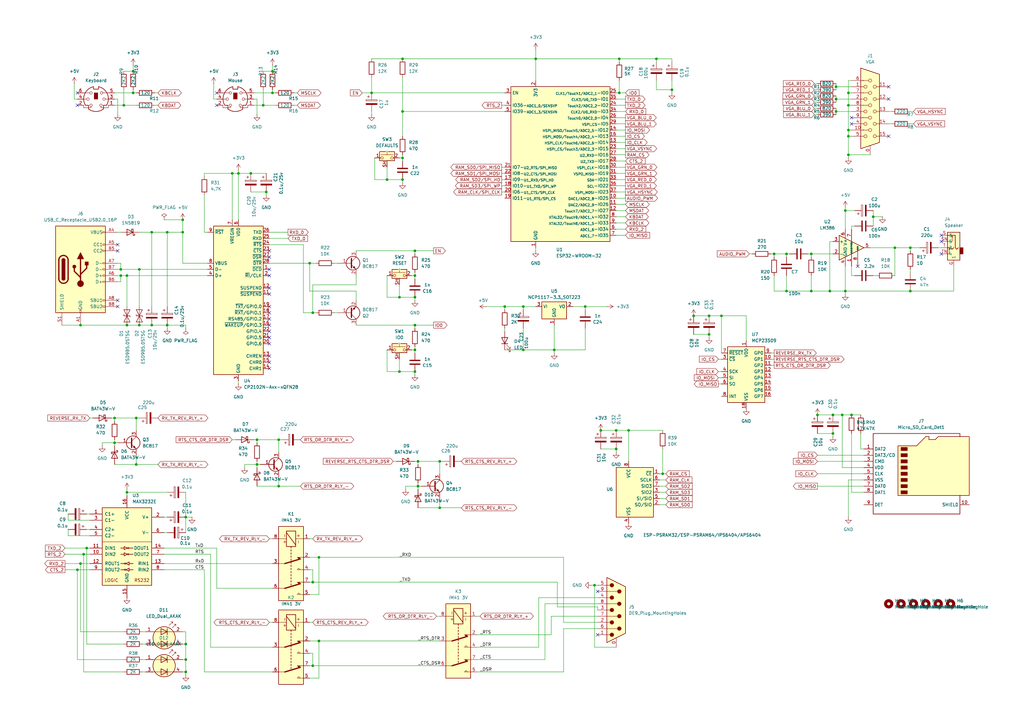
<source format=kicad_sch>
(kicad_sch (version 20231120) (generator "eeschema") (generator_version "8.0")
  (paper "A3")
  (title_block (title "nTerm2-s") (date "2025-01-15") (rev "0.01") (company "Sporos Tech") (comment 1 "© 2025 Sporos Tech ₍^•_•^₎ﾉ") (comment 2 "Peter de Vroomen"))
  (junction (at 322.58 119.38))
  (junction (at 271.78 194.31))
  (junction (at 165.1 45.72))
  (junction (at 57.15 110.49))
  (junction (at 358.14 88.9))
  (junction (at 102.87 71.12))
  (junction (at 128.27 238.76))
  (junction (at 332.74 119.38))
  (junction (at 341.63 177.8))
  (junction (at 111.76 29.21))
  (junction (at 54.61 38.1))
  (junction (at 35.56 224.79))
  (junction (at 332.74 104.14))
  (junction (at 31.75 233.68))
  (junction (at 171.45 199.39))
  (junction (at 290.83 137.16))
  (junction (at 170.18 121.92))
  (junction (at 49.53 113.03))
  (junction (at 128.27 128.27))
  (junction (at 76.2 275.59))
  (junction (at 46.99 171.45))
  (junction (at 373.38 101.6))
  (junction (at 163.83 121.92))
  (junction (at 342.9 45.72))
  (junction (at 165.1 24.13))
  (junction (at 180.34 189.23))
  (junction (at 367.03 101.6))
  (junction (at 295.91 129.54))
  (junction (at 214.63 125.73))
  (junction (at 55.88 190.5))
  (junction (at 114.3 180.34))
  (junction (at 62.23 133.35))
  (junction (at 214.63 143.51))
  (junction (at 227.33 143.51))
  (junction (at 111.76 38.1))
  (junction (at 49.53 110.49))
  (junction (at 347.98 43.18))
  (junction (at 347.98 55.88))
  (junction (at 340.36 119.38))
  (junction (at 34.29 227.33))
  (junction (at 345.44 170.18))
  (junction (at 341.63 170.18))
  (junction (at 57.15 133.35))
  (junction (at 105.41 190.5))
  (junction (at 74.93 95.25))
  (junction (at 170.18 113.03))
  (junction (at 109.22 78.74))
  (junction (at 252.73 184.15))
  (junction (at 33.02 231.14))
  (junction (at 76.2 264.16))
  (junction (at 95.25 71.12))
  (junction (at 342.9 35.56))
  (junction (at 335.28 170.18))
  (junction (at 54.61 29.21))
  (junction (at 252.73 176.53))
  (junction (at 243.84 240.03))
  (junction (at 347.98 38.1))
  (junction (at 165.1 73.66))
  (junction (at 257.81 176.53))
  (junction (at 55.88 171.45))
  (junction (at 180.34 208.28))
  (junction (at 165.1 64.77))
  (junction (at 240.03 125.73))
  (junction (at 170.18 133.35))
  (junction (at 130.81 262.89))
  (junction (at 284.48 129.54))
  (junction (at 290.83 129.54))
  (junction (at 128.27 273.05))
  (junction (at 207.01 125.73))
  (junction (at 170.18 152.4))
  (junction (at 171.45 189.23))
  (junction (at 170.18 143.51))
  (junction (at 342.9 40.64))
  (junction (at 219.71 24.13))
  (junction (at 346.71 86.36))
  (junction (at 50.8 43.18))
  (junction (at 152.4 38.1))
  (junction (at 52.07 133.35))
  (junction (at 317.5 104.14))
  (junction (at 163.83 152.4))
  (junction (at 130.81 228.6))
  (junction (at 74.93 90.17))
  (junction (at 373.38 119.38))
  (junction (at 76.2 212.09))
  (junction (at 170.18 102.87))
  (junction (at 322.58 104.14))
  (junction (at 97.79 71.12))
  (junction (at 52.07 201.93))
  (junction (at 114.3 199.39))
  (junction (at 246.38 176.53))
  (junction (at 52.07 113.03))
  (junction (at 254 24.13))
  (junction (at 76.2 270.51))
  (junction (at 33.02 133.35))
  (junction (at 68.58 95.25))
  (junction (at 269.24 24.13))
  (junction (at 46.99 181.61))
  (junction (at 254 38.1))
  (junction (at 349.25 170.18))
  (junction (at 347.98 63.5))
  (junction (at 68.58 133.35))
  (junction (at 346.71 119.38))
  (junction (at 347.98 53.34))
  (junction (at 275.59 36.83))
  (junction (at 62.23 95.25))
  (junction (at 105.41 180.34))
  (junction (at 127 107.95))
  (junction (at 107.95 43.18))
  (junction (at 158.75 73.66))
  (no_connect (at 364.49 35.56))
  (no_connect (at 110.49 151.13))
  (no_connect (at 245.11 242.57))
  (no_connect (at 88.9 43.18))
  (no_connect (at 110.49 138.43))
  (no_connect (at 110.49 118.11))
  (no_connect (at 349.25 48.26))
  (no_connect (at 364.49 40.64))
  (no_connect (at 110.49 105.41))
  (no_connect (at 48.26 100.33))
  (no_connect (at 48.26 123.19))
  (no_connect (at 110.49 148.59))
  (no_connect (at 386.08 99.06))
  (no_connect (at 364.49 55.88))
  (no_connect (at 110.49 130.81))
  (no_connect (at 110.49 102.87))
  (no_connect (at 110.49 120.65))
  (no_connect (at 351.79 109.22))
  (no_connect (at 386.08 96.52))
  (no_connect (at 31.75 38.1))
  (no_connect (at 386.08 104.14))
  (no_connect (at 110.49 135.89))
  (no_connect (at 110.49 113.03))
  (no_connect (at 245.11 260.35))
  (no_connect (at 110.49 146.05))
  (no_connect (at 110.49 133.35))
  (no_connect (at 31.75 43.18))
  (no_connect (at 349.25 50.8))
  (no_connect (at 110.49 128.27))
  (no_connect (at 110.49 125.73))
  (no_connect (at 48.26 102.87))
  (no_connect (at 110.49 110.49))
  (no_connect (at 48.26 125.73))
  (no_connect (at 110.49 140.97))
  (no_connect (at 88.9 38.1))
  (wire (pts (xy 347.98 38.1) (xy 347.98 43.18)))
  (wire (pts (xy 52.07 113.03) (xy 52.07 125.73)))
  (wire (pts (xy 76.2 270.51) (xy 76.2 275.59)))
  (wire (pts (xy 158.75 113.03) (xy 158.75 121.92)))
  (wire (pts (xy 252.73 91.44) (xy 256.54 91.44)))
  (wire (pts (xy 55.88 171.45) (xy 57.15 171.45)))
  (wire (pts (xy 349.25 92.71) (xy 349.25 93.98)))
  (wire (pts (xy 220.98 245.11) (xy 245.11 245.11)))
  (wire (pts (xy 128.27 233.68) (xy 128.27 238.76)))
  (wire (pts (xy 49.53 115.57) (xy 49.53 113.03)))
  (wire (pts (xy 373.38 101.6) (xy 377.19 101.6)))
  (wire (pts (xy 76.2 259.08) (xy 76.2 264.16)))
  (wire (pts (xy 168.91 143.51) (xy 170.18 143.51)))
  (wire (pts (xy 58.42 270.51) (xy 59.69 270.51)))
  (wire (pts (xy 334.01 41.91) (xy 335.28 41.91)))
  (wire (pts (xy 220.98 265.43) (xy 220.98 245.11)))
  (wire (pts (xy 180.34 208.28) (xy 180.34 204.47)))
  (wire (pts (xy 322.58 104.14) (xy 322.58 105.41)))
  (wire (pts (xy 346.71 119.38) (xy 373.38 119.38)))
  (wire (pts (xy 49.53 107.95) (xy 49.53 110.49)))
  (wire (pts (xy 322.58 119.38) (xy 322.58 113.03)))
  (wire (pts (xy 57.15 95.25) (xy 62.23 95.25)))
  (wire (pts (xy 252.73 78.74) (xy 256.54 78.74)))
  (wire (pts (xy 334.01 39.37) (xy 335.28 39.37)))
  (wire (pts (xy 33.02 133.35) (xy 52.07 133.35)))
  (wire (pts (xy 105.41 180.34) (xy 114.3 180.34)))
  (wire (pts (xy 346.71 109.22) (xy 346.71 119.38)))
  (wire (pts (xy 332.74 104.14) (xy 332.74 105.41)))
  (wire (pts (xy 34.29 227.33) (xy 34.29 275.59)))
  (wire (pts (xy 170.18 152.4) (xy 170.18 153.67)))
  (wire (pts (xy 97.79 71.12) (xy 97.79 90.17)))
  (wire (pts (xy 214.63 143.51) (xy 227.33 143.51)))
  (wire (pts (xy 335.28 170.18) (xy 341.63 170.18)))
  (wire (pts (xy 36.83 210.82) (xy 35.56 210.82)))
  (wire (pts (xy 170.18 121.92) (xy 170.18 123.19)))
  (wire (pts (xy 26.67 224.79) (xy 35.56 224.79)))
  (wire (pts (xy 270.51 204.47) (xy 273.05 204.47)))
  (wire (pts (xy 111.76 26.67) (xy 111.76 29.21)))
  (wire (pts (xy 74.93 270.51) (xy 76.2 270.51)))
  (wire (pts (xy 207.01 127) (xy 207.01 125.73)))
  (wire (pts (xy 180.34 189.23) (xy 181.61 189.23)))
  (wire (pts (xy 295.91 144.78) (xy 295.91 129.54)))
  (wire (pts (xy 97.79 156.21) (xy 97.79 157.48)))
  (wire (pts (xy 332.74 113.03) (xy 332.74 119.38)))
  (wire (pts (xy 127 228.6) (xy 130.81 228.6)))
  (wire (pts (xy 130.81 243.84) (xy 130.81 228.6)))
  (wire (pts (xy 334.01 46.99) (xy 335.28 46.99)))
  (wire (pts (xy 95.25 90.17) (xy 95.25 71.12)))
  (wire (pts (xy 104.14 43.18) (xy 107.95 43.18)))
  (wire (pts (xy 152.4 45.72) (xy 152.4 46.99)))
  (wire (pts (xy 68.58 95.25) (xy 68.58 125.73)))
  (wire (pts (xy 214.63 125.73) (xy 214.63 127)))
  (wire (pts (xy 76.2 275.59) (xy 76.2 276.86)))
  (wire (pts (xy 342.9 40.64) (xy 349.25 40.64)))
  (wire (pts (xy 146.05 133.35) (xy 170.18 133.35)))
  (wire (pts (xy 105.41 190.5) (xy 106.68 190.5)))
  (wire (pts (xy 214.63 143.51) (xy 207.01 143.51)))
  (wire (pts (xy 54.61 36.83) (xy 54.61 38.1)))
  (wire (pts (xy 294.64 152.4) (xy 295.91 152.4)))
  (wire (pts (xy 335.28 189.23) (xy 354.33 189.23)))
  (wire (pts (xy 240.03 125.73) (xy 240.03 127)))
  (wire (pts (xy 195.58 260.35) (xy 226.06 260.35)))
  (wire (pts (xy 95.25 71.12) (xy 97.79 71.12)))
  (wire (pts (xy 231.14 275.59) (xy 231.14 257.81)))
  (wire (pts (xy 354.33 196.85) (xy 347.98 196.85)))
  (wire (pts (xy 86.36 227.33) (xy 86.36 265.43)))
  (wire (pts (xy 127 262.89) (xy 130.81 262.89)))
  (wire (pts (xy 46.99 180.34) (xy 46.99 181.61)))
  (wire (pts (xy 275.59 33.02) (xy 275.59 36.83)))
  (wire (pts (xy 128.27 238.76) (xy 228.6 238.76)))
  (wire (pts (xy 153.67 73.66) (xy 158.75 73.66)))
  (wire (pts (xy 105.41 40.64) (xy 105.41 46.99)))
  (wire (pts (xy 294.64 154.94) (xy 295.91 154.94)))
  (wire (pts (xy 294.64 157.48) (xy 295.91 157.48)))
  (wire (pts (xy 334.01 34.29) (xy 335.28 34.29)))
  (wire (pts (xy 120.65 38.1) (xy 121.92 38.1)))
  (wire (pts (xy 391.16 119.38) (xy 373.38 119.38)))
  (wire (pts (xy 240.03 134.62) (xy 240.03 143.51)))
  (wire (pts (xy 347.98 33.02) (xy 347.98 38.1)))
  (wire (pts (xy 270.51 196.85) (xy 273.05 196.85)))
  (wire (pts (xy 195.58 275.59) (xy 231.14 275.59)))
  (wire (pts (xy 163.83 152.4) (xy 170.18 152.4)))
  (wire (pts (xy 252.73 58.42) (xy 256.54 58.42)))
  (wire (pts (xy 104.14 180.34) (xy 105.41 180.34)))
  (wire (pts (xy 364.49 45.72) (xy 365.76 45.72)))
  (wire (pts (xy 74.93 90.17) (xy 67.31 90.17)))
  (wire (pts (xy 270.51 199.39) (xy 273.05 199.39)))
  (wire (pts (xy 88.9 241.3) (xy 111.76 241.3)))
  (wire (pts (xy 48.26 110.49) (xy 49.53 110.49)))
  (wire (pts (xy 26.67 233.68) (xy 31.75 233.68)))
  (wire (pts (xy 334.01 44.45) (xy 335.28 44.45)))
  (wire (pts (xy 105.41 190.5) (xy 100.33 190.5)))
  (wire (pts (xy 146.05 123.19) (xy 146.05 119.38)))
  (wire (pts (xy 252.73 96.52) (xy 256.54 96.52)))
  (wire (pts (xy 152.4 38.1) (xy 207.01 38.1)))
  (wire (pts (xy 317.5 104.14) (xy 322.58 104.14)))
  (wire (pts (xy 67.31 231.14) (xy 111.76 231.14)))
  (wire (pts (xy 76.2 133.35) (xy 76.2 134.62)))
  (wire (pts (xy 68.58 133.35) (xy 76.2 133.35)))
  (wire (pts (xy 170.18 133.35) (xy 170.18 134.62)))
  (wire (pts (xy 335.28 186.69) (xy 354.33 186.69)))
  (wire (pts (xy 364.49 50.8) (xy 365.76 50.8)))
  (wire (pts (xy 391.16 109.22) (xy 391.16 119.38)))
  (wire (pts (xy 50.8 29.21) (xy 54.61 29.21)))
  (wire (pts (xy 347.98 55.88) (xy 347.98 63.5)))
  (wire (pts (xy 234.95 125.73) (xy 240.03 125.73)))
  (wire (pts (xy 252.73 38.1) (xy 254 38.1)))
  (wire (pts (xy 214.63 134.62) (xy 214.63 143.51)))
  (wire (pts (xy 87.63 40.64) (xy 87.63 34.29)))
  (wire (pts (xy 342.9 44.45) (xy 342.9 45.72)))
  (wire (pts (xy 63.5 38.1) (xy 64.77 38.1)))
  (wire (pts (xy 127 278.13) (xy 130.81 278.13)))
  (wire (pts (xy 275.59 36.83) (xy 275.59 38.1)))
  (wire (pts (xy 55.88 190.5) (xy 64.77 190.5)))
  (wire (pts (xy 316.23 147.32) (xy 317.5 147.32)))
  (wire (pts (xy 271.78 184.15) (xy 271.78 194.31)))
  (wire (pts (xy 36.83 171.45) (xy 38.1 171.45)))
  (wire (pts (xy 350.52 113.03) (xy 349.25 113.03)))
  (wire (pts (xy 48.26 40.64) (xy 48.26 46.99)))
  (wire (pts (xy 55.88 171.45) (xy 55.88 176.53)))
  (wire (pts (xy 346.71 119.38) (xy 346.71 120.65)))
  (wire (pts (xy 67.31 218.44) (xy 68.58 218.44)))
  (wire (pts (xy 347.98 196.85) (xy 347.98 212.09)))
  (wire (pts (xy 316.23 144.78) (xy 317.5 144.78)))
  (wire (pts (xy 252.73 43.18) (xy 256.54 43.18)))
  (wire (pts (xy 345.44 191.77) (xy 345.44 170.18)))
  (wire (pts (xy 31.75 270.51) (xy 50.8 270.51)))
  (wire (pts (xy 171.45 208.28) (xy 180.34 208.28)))
  (wire (pts (xy 322.58 104.14) (xy 323.85 104.14)))
  (wire (pts (xy 223.52 247.65) (xy 245.11 247.65)))
  (wire (pts (xy 205.74 68.58) (xy 207.01 68.58)))
  (wire (pts (xy 347.98 38.1) (xy 349.25 38.1)))
  (wire (pts (xy 124.46 128.27) (xy 128.27 128.27)))
  (wire (pts (xy 67.31 227.33) (xy 86.36 227.33)))
  (wire (pts (xy 252.73 55.88) (xy 256.54 55.88)))
  (wire (pts (xy 110.49 255.27) (xy 111.76 255.27)))
  (wire (pts (xy 88.9 224.79) (xy 88.9 241.3)))
  (wire (pts (xy 130.81 278.13) (xy 130.81 262.89)))
  (wire (pts (xy 205.74 71.12) (xy 207.01 71.12)))
  (wire (pts (xy 170.18 102.87) (xy 170.18 104.14)))
  (wire (pts (xy 52.07 201.93) (xy 52.07 203.2)))
  (wire (pts (xy 76.2 201.93) (xy 76.2 212.09)))
  (wire (pts (xy 36.83 217.17) (xy 35.56 217.17)))
  (wire (pts (xy 254 38.1) (xy 256.54 38.1)))
  (wire (pts (xy 111.76 38.1) (xy 113.03 38.1)))
  (wire (pts (xy 163.83 116.84) (xy 163.83 121.92)))
  (wire (pts (xy 246.38 176.53) (xy 252.73 176.53)))
  (wire (pts (xy 30.48 40.64) (xy 30.48 34.29)))
  (wire (pts (xy 55.88 190.5) (xy 55.88 186.69)))
  (wire (pts (xy 68.58 133.35) (xy 68.58 134.62)))
  (wire (pts (xy 214.63 125.73) (xy 219.71 125.73)))
  (wire (pts (xy 170.18 189.23) (xy 171.45 189.23)))
  (wire (pts (xy 127 119.38) (xy 127 107.95)))
  (wire (pts (xy 49.53 113.03) (xy 52.07 113.03)))
  (wire (pts (xy 74.93 95.25) (xy 74.93 107.95)))
  (wire (pts (xy 342.9 35.56) (xy 342.9 36.83)))
  (wire (pts (xy 148.59 38.1) (xy 152.4 38.1)))
  (wire (pts (xy 195.58 252.73) (xy 196.85 252.73)))
  (wire (pts (xy 240.03 125.73) (xy 248.92 125.73)))
  (wire (pts (xy 52.07 113.03) (xy 85.09 113.03)))
  (wire (pts (xy 34.29 275.59) (xy 50.8 275.59)))
  (wire (pts (xy 227.33 143.51) (xy 240.03 143.51)))
  (wire (pts (xy 373.38 110.49) (xy 373.38 111.76)))
  (wire (pts (xy 342.9 40.64) (xy 342.9 41.91)))
  (wire (pts (xy 252.73 53.34) (xy 256.54 53.34)))
  (wire (pts (xy 306.07 129.54) (xy 295.91 129.54)))
  (wire (pts (xy 335.28 199.39) (xy 354.33 199.39)))
  (wire (pts (xy 252.73 83.82) (xy 256.54 83.82)))
  (wire (pts (xy 252.73 176.53) (xy 257.81 176.53)))
  (wire (pts (xy 67.31 233.68) (xy 83.82 233.68)))
  (wire (pts (xy 245.11 250.19) (xy 245.11 248.92)))
  (wire (pts (xy 46.99 171.45) (xy 55.88 171.45)))
  (wire (pts (xy 58.42 264.16) (xy 59.69 264.16)))
  (wire (pts (xy 373.38 101.6) (xy 373.38 102.87)))
  (wire (pts (xy 158.75 73.66) (xy 165.1 73.66)))
  (wire (pts (xy 88.9 40.64) (xy 87.63 40.64)))
  (wire (pts (xy 252.73 86.36) (xy 256.54 86.36)))
  (wire (pts (xy 243.84 265.43) (xy 243.84 240.03)))
  (wire (pts (xy 58.42 275.59) (xy 59.69 275.59)))
  (wire (pts (xy 179.07 252.73) (xy 180.34 252.73)))
  (wire (pts (xy 46.99 43.18) (xy 50.8 43.18)))
  (wire (pts (xy 110.49 97.79) (xy 118.11 97.79)))
  (wire (pts (xy 219.71 20.32) (xy 219.71 24.13)))
  (wire (pts (xy 31.75 233.68) (xy 36.83 233.68)))
  (wire (pts (xy 171.45 199.39) (xy 172.72 199.39)))
  (wire (pts (xy 35.56 264.16) (xy 50.8 264.16)))
  (wire (pts (xy 347.98 63.5) (xy 356.87 63.5)))
  (wire (pts (xy 163.83 121.92) (xy 170.18 121.92)))
  (wire (pts (xy 170.18 111.76) (xy 170.18 113.03)))
  (wire (pts (xy 158.75 121.92) (xy 163.83 121.92)))
  (wire (pts (xy 26.67 227.33) (xy 34.29 227.33)))
  (wire (pts (xy 110.49 95.25) (xy 118.11 95.25)))
  (wire (pts (xy 46.99 181.61) (xy 46.99 182.88)))
  (wire (pts (xy 107.95 36.83) (xy 107.95 43.18)))
  (wire (pts (xy 317.5 119.38) (xy 317.5 113.03)))
  (wire (pts (xy 50.8 43.18) (xy 55.88 43.18)))
  (wire (pts (xy 252.73 48.26) (xy 256.54 48.26)))
  (wire (pts (xy 199.39 125.73) (xy 207.01 125.73)))
  (wire (pts (xy 152.4 31.75) (xy 152.4 38.1)))
  (wire (pts (xy 384.81 101.6) (xy 386.08 101.6)))
  (wire (pts (xy 316.23 149.86) (xy 317.5 149.86)))
  (wire (pts (xy 269.24 24.13) (xy 254 24.13)))
  (wire (pts (xy 342.9 35.56) (xy 349.25 35.56)))
  (wire (pts (xy 127 220.98) (xy 128.27 220.98)))
  (wire (pts (xy 269.24 24.13) (xy 269.24 25.4)))
  (wire (pts (xy 74.93 275.59) (xy 76.2 275.59)))
  (wire (pts (xy 227.33 133.35) (xy 227.33 143.51)))
  (wire (pts (xy 252.73 40.64) (xy 256.54 40.64)))
  (wire (pts (xy 270.51 194.31) (xy 271.78 194.31)))
  (wire (pts (xy 171.45 199.39) (xy 171.45 200.66)))
  (wire (pts (xy 52.07 201.93) (xy 68.58 201.93)))
  (wire (pts (xy 335.28 177.8) (xy 341.63 177.8)))
  (wire (pts (xy 252.73 66.04) (xy 256.54 66.04)))
  (wire (pts (xy 180.34 189.23) (xy 180.34 194.31)))
  (wire (pts (xy 349.25 201.93) (xy 349.25 177.8)))
  (wire (pts (xy 114.3 199.39) (xy 114.3 195.58)))
  (wire (pts (xy 102.87 71.12) (xy 109.22 71.12)))
  (wire (pts (xy 46.99 181.61) (xy 48.26 181.61)))
  (wire (pts (xy 170.18 133.35) (xy 177.8 133.35)))
  (wire (pts (xy 27.94 213.36) (xy 36.83 213.36)))
  (wire (pts (xy 340.36 99.06) (xy 340.36 119.38)))
  (wire (pts (xy 45.72 171.45) (xy 46.99 171.45)))
  (wire (pts (xy 46.99 190.5) (xy 55.88 190.5)))
  (wire (pts (xy 335.28 194.31) (xy 354.33 194.31)))
  (wire (pts (xy 68.58 95.25) (xy 74.93 95.25)))
  (wire (pts (xy 356.87 101.6) (xy 367.03 101.6)))
  (wire (pts (xy 170.18 113.03) (xy 170.18 114.3)))
  (wire (pts (xy 269.24 33.02) (xy 269.24 36.83)))
  (wire (pts (xy 231.14 255.27) (xy 245.11 255.27)))
  (wire (pts (xy 146.05 113.03) (xy 146.05 116.84)))
  (wire (pts (xy 109.22 78.74) (xy 109.22 80.01)))
  (wire (pts (xy 347.98 63.5) (xy 347.98 64.77)))
  (wire (pts (xy 76.2 264.16) (xy 76.2 270.51)))
  (wire (pts (xy 83.82 71.12) (xy 95.25 71.12)))
  (wire (pts (xy 127 238.76) (xy 128.27 238.76)))
  (wire (pts (xy 74.93 90.17) (xy 74.93 95.25)))
  (wire (pts (xy 127 273.05) (xy 128.27 273.05)))
  (wire (pts (xy 252.73 184.15) (xy 252.73 185.42)))
  (wire (pts (xy 130.81 262.89) (xy 180.34 262.89)))
  (wire (pts (xy 83.82 275.59) (xy 111.76 275.59)))
  (wire (pts (xy 62.23 95.25) (xy 68.58 95.25)))
  (wire (pts (xy 41.91 181.61) (xy 41.91 182.88)))
  (wire (pts (xy 231.14 228.6) (xy 231.14 255.27)))
  (wire (pts (xy 284.48 129.54) (xy 290.83 129.54)))
  (wire (pts (xy 120.65 43.18) (xy 121.92 43.18)))
  (wire (pts (xy 34.29 227.33) (xy 36.83 227.33)))
  (wire (pts (xy 346.71 86.36) (xy 350.52 86.36)))
  (wire (pts (xy 128.27 116.84) (xy 128.27 128.27)))
  (wire (pts (xy 67.31 212.09) (xy 68.58 212.09)))
  (wire (pts (xy 137.16 107.95) (xy 138.43 107.95)))
  (wire (pts (xy 342.9 45.72) (xy 342.9 46.99)))
  (wire (pts (xy 158.75 143.51) (xy 158.75 152.4)))
  (wire (pts (xy 252.73 76.2) (xy 256.54 76.2)))
  (wire (pts (xy 332.74 119.38) (xy 340.36 119.38)))
  (wire (pts (xy 171.45 189.23) (xy 171.45 190.5)))
  (wire (pts (xy 252.73 60.96) (xy 256.54 60.96)))
  (wire (pts (xy 83.82 95.25) (xy 85.09 95.25)))
  (wire (pts (xy 226.06 252.73) (xy 245.11 252.73)))
  (wire (pts (xy 170.18 143.51) (xy 170.18 144.78)))
  (wire (pts (xy 306.07 129.54) (xy 306.07 139.7)))
  (wire (pts (xy 128.27 128.27) (xy 129.54 128.27)))
  (wire (pts (xy 254 33.02) (xy 254 38.1)))
  (wire (pts (xy 219.71 24.13) (xy 219.71 33.02)))
  (wire (pts (xy 269.24 36.83) (xy 275.59 36.83)))
  (wire (pts (xy 205.74 73.66) (xy 207.01 73.66)))
  (wire (pts (xy 62.23 95.25) (xy 62.23 125.73)))
  (wire (pts (xy 349.25 33.02) (xy 347.98 33.02)))
  (wire (pts (xy 245.11 248.92) (xy 228.6 248.92)))
  (wire (pts (xy 205.74 43.18) (xy 207.01 43.18)))
  (wire (pts (xy 110.49 107.95) (xy 127 107.95)))
  (wire (pts (xy 290.83 137.16) (xy 290.83 138.43)))
  (wire (pts (xy 257.81 189.23) (xy 257.81 176.53)))
  (wire (pts (xy 331.47 104.14) (xy 332.74 104.14)))
  (wire (pts (xy 227.33 143.51) (xy 227.33 144.78)))
  (wire (pts (xy 243.84 240.03) (xy 245.11 240.03)))
  (wire (pts (xy 275.59 24.13) (xy 269.24 24.13)))
  (wire (pts (xy 195.58 270.51) (xy 223.52 270.51)))
  (wire (pts (xy 146.05 116.84) (xy 128.27 116.84)))
  (wire (pts (xy 207.01 125.73) (xy 214.63 125.73)))
  (wire (pts (xy 252.73 265.43) (xy 243.84 265.43)))
  (wire (pts (xy 354.33 201.93) (xy 349.25 201.93)))
  (wire (pts (xy 307.34 104.14) (xy 308.61 104.14)))
  (wire (pts (xy 373.38 50.8) (xy 374.65 50.8)))
  (wire (pts (xy 110.49 220.98) (xy 111.76 220.98)))
  (wire (pts (xy 165.1 45.72) (xy 165.1 55.88)))
  (wire (pts (xy 146.05 119.38) (xy 127 119.38)))
  (wire (pts (xy 171.45 198.12) (xy 171.45 199.39)))
  (wire (pts (xy 347.98 55.88) (xy 349.25 55.88)))
  (wire (pts (xy 83.82 72.39) (xy 83.82 71.12)))
  (wire (pts (xy 31.75 40.64) (xy 30.48 40.64)))
  (wire (pts (xy 294.64 147.32) (xy 295.91 147.32)))
  (wire (pts (xy 353.06 184.15) (xy 353.06 177.8)))
  (wire (pts (xy 252.73 88.9) (xy 256.54 88.9)))
  (wire (pts (xy 76.2 212.09) (xy 76.2 218.44)))
  (wire (pts (xy 130.81 228.6) (xy 231.14 228.6)))
  (wire (pts (xy 342.9 34.29) (xy 342.9 35.56)))
  (wire (pts (xy 114.3 199.39) (xy 123.19 199.39)))
  (wire (pts (xy 107.95 43.18) (xy 113.03 43.18)))
  (wire (pts (xy 166.37 199.39) (xy 166.37 200.66)))
  (wire (pts (xy 332.74 119.38) (xy 322.58 119.38)))
  (wire (pts (xy 205.74 76.2) (xy 207.01 76.2)))
  (wire (pts (xy 50.8 36.83) (xy 50.8 43.18)))
  (wire (pts (xy 341.63 170.18) (xy 345.44 170.18)))
  (wire (pts (xy 342.9 45.72) (xy 349.25 45.72)))
  (wire (pts (xy 257.81 176.53) (xy 271.78 176.53)))
  (wire (pts (xy 341.63 177.8) (xy 341.63 179.07)))
  (wire (pts (xy 105.41 189.23) (xy 105.41 190.5)))
  (wire (pts (xy 74.93 107.95) (xy 85.09 107.95)))
  (wire (pts (xy 48.26 107.95) (xy 49.53 107.95)))
  (wire (pts (xy 171.45 189.23) (xy 180.34 189.23)))
  (wire (pts (xy 195.58 265.43) (xy 220.98 265.43)))
  (wire (pts (xy 83.82 233.68) (xy 83.82 275.59)))
  (wire (pts (xy 231.14 257.81) (xy 245.11 257.81)))
  (wire (pts (xy 242.57 240.03) (xy 243.84 240.03)))
  (wire (pts (xy 46.99 171.45) (xy 46.99 172.72)))
  (wire (pts (xy 83.82 80.01) (xy 83.82 95.25)))
  (wire (pts (xy 170.18 142.24) (xy 170.18 143.51)))
  (wire (pts (xy 219.71 101.6) (xy 219.71 102.87)))
  (wire (pts (xy 33.02 231.14) (xy 33.02 259.08)))
  (wire (pts (xy 114.3 180.34) (xy 114.3 185.42)))
  (wire (pts (xy 128.27 267.97) (xy 128.27 273.05)))
  (wire (pts (xy 342.9 39.37) (xy 342.9 40.64)))
  (wire (pts (xy 219.71 24.13) (xy 254 24.13)))
  (wire (pts (xy 347.98 53.34) (xy 349.25 53.34)))
  (wire (pts (xy 97.79 71.12) (xy 102.87 71.12)))
  (wire (pts (xy 165.1 73.66) (xy 165.1 74.93)))
  (wire (pts (xy 54.61 38.1) (xy 55.88 38.1)))
  (wire (pts (xy 105.41 180.34) (xy 105.41 181.61)))
  (wire (pts (xy 345.44 170.18) (xy 349.25 170.18)))
  (wire (pts (xy 334.01 36.83) (xy 335.28 36.83)))
  (wire (pts (xy 107.95 29.21) (xy 111.76 29.21)))
  (wire (pts (xy 52.07 200.66) (xy 52.07 201.93)))
  (wire (pts (xy 270.51 207.01) (xy 273.05 207.01)))
  (wire (pts (xy 33.02 259.08) (xy 50.8 259.08)))
  (wire (pts (xy 317.5 104.14) (xy 317.5 105.41)))
  (wire (pts (xy 74.93 264.16) (xy 76.2 264.16)))
  (wire (pts (xy 252.73 93.98) (xy 256.54 93.98)))
  (wire (pts (xy 358.14 86.36) (xy 358.14 88.9)))
  (wire (pts (xy 223.52 270.51) (xy 223.52 247.65)))
  (wire (pts (xy 26.67 231.14) (xy 33.02 231.14)))
  (wire (pts (xy 137.16 128.27) (xy 138.43 128.27)))
  (wire (pts (xy 104.14 38.1) (xy 111.76 38.1)))
  (wire (pts (xy 27.94 219.71) (xy 36.83 219.71)))
  (wire (pts (xy 110.49 100.33) (xy 124.46 100.33)))
  (wire (pts (xy 57.15 110.49) (xy 57.15 125.73)))
  (wire (pts (xy 158.75 152.4) (xy 163.83 152.4)))
  (wire (pts (xy 95.25 180.34) (xy 96.52 180.34)))
  (wire (pts (xy 127 243.84) (xy 130.81 243.84)))
  (wire (pts (xy 354.33 184.15) (xy 353.06 184.15)))
  (wire (pts (xy 246.38 184.15) (xy 252.73 184.15)))
  (wire (pts (xy 316.23 104.14) (xy 317.5 104.14)))
  (wire (pts (xy 254 24.13) (xy 254 25.4)))
  (wire (pts (xy 111.76 36.83) (xy 111.76 38.1)))
  (wire (pts (xy 165.1 63.5) (xy 165.1 64.77)))
  (wire (pts (xy 67.31 224.79) (xy 88.9 224.79)))
  (wire (pts (xy 25.4 133.35) (xy 33.02 133.35)))
  (wire (pts (xy 349.25 170.18) (xy 353.06 170.18)))
  (wire (pts (xy 275.59 25.4) (xy 275.59 24.13)))
  (wire (pts (xy 152.4 24.13) (xy 165.1 24.13)))
  (wire (pts (xy 295.91 129.54) (xy 290.83 129.54)))
  (wire (pts (xy 54.61 26.67) (xy 54.61 29.21)))
  (wire (pts (xy 358.14 88.9) (xy 361.95 88.9)))
  (wire (pts (xy 46.99 38.1) (xy 54.61 38.1)))
  (wire (pts (xy 252.73 73.66) (xy 256.54 73.66)))
  (wire (pts (xy 347.98 53.34) (xy 347.98 55.88)))
  (wire (pts (xy 146.05 102.87) (xy 170.18 102.87)))
  (wire (pts (xy 340.36 99.06) (xy 341.63 99.06)))
  (wire (pts (xy 270.51 201.93) (xy 273.05 201.93)))
  (wire (pts (xy 367.03 101.6) (xy 373.38 101.6)))
  (wire (pts (xy 332.74 104.14) (xy 341.63 104.14)))
  (wire (pts (xy 354.33 191.77) (xy 345.44 191.77)))
  (wire (pts (xy 165.1 31.75) (xy 165.1 45.72)))
  (wire (pts (xy 74.93 259.08) (xy 76.2 259.08)))
  (wire (pts (xy 48.26 95.25) (xy 49.53 95.25)))
  (wire (pts (xy 35.56 224.79) (xy 36.83 224.79)))
  (wire (pts (xy 358.14 88.9) (xy 358.14 92.71)))
  (wire (pts (xy 27.94 217.17) (xy 27.94 219.71)))
  (wire (pts (xy 46.99 181.61) (xy 41.91 181.61)))
  (wire (pts (xy 170.18 102.87) (xy 177.8 102.87)))
  (wire (pts (xy 48.26 113.03) (xy 49.53 113.03)))
  (wire (pts (xy 271.78 194.31) (xy 273.05 194.31)))
  (wire (pts (xy 349.25 113.03) (xy 349.25 109.22)))
  (wire (pts (xy 252.73 50.8) (xy 256.54 50.8)))
  (wire (pts (xy 161.29 189.23) (xy 162.56 189.23)))
  (wire (pts (xy 102.87 78.74) (xy 109.22 78.74)))
  (wire (pts (xy 165.1 45.72) (xy 207.01 45.72)))
  (wire (pts (xy 349.25 92.71) (xy 350.52 92.71)))
  (wire (pts (xy 180.34 208.28) (xy 189.23 208.28)))
  (wire (pts (xy 347.98 43.18) (xy 347.98 53.34)))
  (wire (pts (xy 347.98 43.18) (xy 349.25 43.18)))
  (wire (pts (xy 62.23 133.35) (xy 57.15 133.35)))
  (wire (pts (xy 52.07 133.35) (xy 57.15 133.35)))
  (wire (pts (xy 252.73 81.28) (xy 256.54 81.28)))
  (wire (pts (xy 228.6 238.76) (xy 228.6 248.92)))
  (wire (pts (xy 205.74 78.74) (xy 207.01 78.74)))
  (wire (pts (xy 31.75 233.68) (xy 31.75 270.51)))
  (wire (pts (xy 114.3 180.34) (xy 115.57 180.34)))
  (wire (pts (xy 207.01 134.62) (xy 207.01 135.89)))
  (wire (pts (xy 104.14 40.64) (xy 105.41 40.64)))
  (wire (pts (xy 105.41 199.39) (xy 114.3 199.39)))
  (wire (pts (xy 127 255.27) (xy 128.27 255.27)))
  (wire (pts (xy 33.02 231.14) (xy 36.83 231.14)))
  (wire (pts (xy 48.26 115.57) (xy 49.53 115.57)))
  (wire (pts (xy 63.5 43.18) (xy 64.77 43.18)))
  (wire (pts (xy 168.91 113.03) (xy 170.18 113.03)))
  (wire (pts (xy 284.48 137.16) (xy 290.83 137.16)))
  (wire (pts (xy 153.67 64.77) (xy 153.67 73.66)))
  (wire (pts (xy 252.73 63.5) (xy 256.54 63.5)))
  (wire (pts (xy 226.06 252.73) (xy 226.06 260.35)))
  (wire (pts (xy 58.42 259.08) (xy 59.69 259.08)))
  (wire (pts (xy 340.36 119.38) (xy 346.71 119.38)))
  (wire (pts (xy 105.41 190.5) (xy 105.41 191.77)))
  (wire (pts (xy 165.1 24.13) (xy 219.71 24.13)))
  (wire (pts (xy 124.46 100.33) (xy 124.46 128.27)))
  (wire (pts (xy 171.45 199.39) (xy 166.37 199.39)))
  (wire (pts (xy 358.14 113.03) (xy 359.41 113.03)))
  (wire (pts (xy 367.03 101.6) (xy 367.03 113.03)))
  (wire (pts (xy 97.79 69.85) (xy 97.79 71.12)))
  (wire (pts (xy 252.73 45.72) (xy 256.54 45.72)))
  (wire (pts (xy 127 267.97) (xy 128.27 267.97)))
  (wire (pts (xy 163.83 147.32) (xy 163.83 152.4)))
  (wire (pts (xy 252.73 68.58) (xy 256.54 68.58)))
  (wire (pts (xy 62.23 133.35) (xy 68.58 133.35)))
  (wire (pts (xy 346.71 85.09) (xy 346.71 86.36)))
  (wire (pts (xy 158.75 68.58) (xy 158.75 73.66)))
  (wire (pts (xy 49.53 110.49) (xy 57.15 110.49)))
  (wire (pts (xy 127 107.95) (xy 129.54 107.95)))
  (wire (pts (xy 35.56 224.79) (xy 35.56 264.16)))
  (wire (pts (xy 163.83 64.77) (xy 165.1 64.77)))
  (wire (pts (xy 127 233.68) (xy 128.27 233.68)))
  (wire (pts (xy 346.71 86.36) (xy 346.71 93.98)))
  (wire (pts (xy 76.2 212.09) (xy 78.74 212.09)))
  (wire (pts (xy 27.94 210.82) (xy 27.94 213.36)))
  (wire (pts (xy 46.99 40.64) (xy 48.26 40.64)))
  (wire (pts (xy 317.5 119.38) (xy 322.58 119.38)))
  (wire (pts (xy 86.36 265.43) (xy 111.76 265.43)))
  (wire (pts (xy 57.15 110.49) (xy 85.09 110.49)))
  (wire (pts (xy 252.73 71.12) (xy 256.54 71.12)))
  (wire (pts (xy 373.38 45.72) (xy 374.65 45.72)))
  (wire (pts (xy 100.33 190.5) (xy 100.33 191.77)))
  (wire (pts (xy 128.27 273.05) (xy 180.34 273.05)))
  (wire (pts (xy 165.1 64.77) (xy 165.1 66.04)))
  (label "_RTS_DTR" (at 171.45 262.89 0))
  (label "_RTS" (at 196.85 260.35 0))
  (label "_RXD" (at 163.83 228.6 0))
  (label "_CTS" (at 196.85 270.51 0))
  (label "_CTS_DSR" (at 171.45 273.05 0))
  (label "_DSR" (at 196.85 275.59 0))
  (label "RTS" (at 80.01 227.33 0))
  (label "TxD" (at 80.01 224.79 0))
  (label "_TXD" (at 163.83 238.76 0))
  (label "_DTR" (at 196.85 265.43 0))
  (label "CTS" (at 80.01 233.68 0))
  (label "RxD" (at 80.01 231.14 0))
  (global_label "RAM_SD3{slash}SPI_WP" (shape output) (at 205.74 76.2 180) (property "Intersheetrefs" "${INTERSHEET_REFS}" (effects (hide yes))))
  (global_label "RTS_2" (shape input) (at 26.67 227.33 180) (property "Intersheetrefs" "${INTERSHEET_REFS}" (effects (hide yes))))
  (global_label "RAM_SD3" (shape input) (at 273.05 201.93 0) (property "Intersheetrefs" "${INTERSHEET_REFS}" (effects (hide yes))))
  (global_label "RAM_CS" (shape input) (at 273.05 194.31 0) (property "Intersheetrefs" "${INTERSHEET_REFS}" (effects (hide yes))))
  (global_label "EN" (shape input) (at 148.59 38.1 180) (property "Intersheetrefs" "${INTERSHEET_REFS}" (effects (hide yes))))
  (global_label "VGA_RED_0" (shape input) (at 334.01 34.29 180) (property "Intersheetrefs" "${INTERSHEET_REFS}" (effects (hide yes))))
  (global_label "TXD_2" (shape output) (at 256.54 43.18 0) (property "Intersheetrefs" "${INTERSHEET_REFS}" (effects (hide yes))))
  (global_label "VGA_BLU_0" (shape output) (at 256.54 48.26 0) (property "Intersheetrefs" "${INTERSHEET_REFS}" (effects (hide yes))))
  (global_label "IO_MOSI" (shape input) (at 335.28 189.23 180) (property "Intersheetrefs" "${INTERSHEET_REFS}" (effects (hide yes))))
  (global_label "RTS_2" (shape output) (at 205.74 43.18 180) (property "Intersheetrefs" "${INTERSHEET_REFS}" (effects (hide yes))))
  (global_label "VGA_BLU_1" (shape output) (at 256.54 50.8 0) (property "Intersheetrefs" "${INTERSHEET_REFS}" (effects (hide yes))))
  (global_label "TXD_2" (shape input) (at 26.67 224.79 180) (property "Intersheetrefs" "${INTERSHEET_REFS}" (effects (hide yes))))
  (global_label "RAM_SD2" (shape input) (at 273.05 199.39 0) (property "Intersheetrefs" "${INTERSHEET_REFS}" (effects (hide yes))))
  (global_label "IO0" (shape input) (at 256.54 38.1 0) (property "Intersheetrefs" "${INTERSHEET_REFS}" (effects (hide yes))))
  (global_label "RX_TX_REV_RLY_-" (shape bidirectional) (at 110.49 220.98 180) (property "Intersheetrefs" "${INTERSHEET_REFS}" (effects (hide yes))))
  (global_label "RXD_2" (shape output) (at 26.67 231.14 180) (property "Intersheetrefs" "${INTERSHEET_REFS}" (effects (hide yes))))
  (global_label "VGA_GRN_0" (shape input) (at 334.01 39.37 180) (property "Intersheetrefs" "${INTERSHEET_REFS}" (effects (hide yes))))
  (global_label "RTS_OR_DTR_RLY_+" (shape bidirectional) (at 123.19 180.34 0) (property "Intersheetrefs" "${INTERSHEET_REFS}" (effects (hide yes))))
  (global_label "VGA_VSYNC" (shape output) (at 256.54 60.96 0) (property "Intersheetrefs" "${INTERSHEET_REFS}" (effects (hide yes))))
  (global_label "RTS_CTS_OR_DTR_DSR" (shape input) (at 95.25 180.34 180) (property "Intersheetrefs" "${INTERSHEET_REFS}" (effects (hide yes))))
  (global_label "RTS_CTS_REV_RLY_+" (shape bidirectional) (at 189.23 189.23 0) (property "Intersheetrefs" "${INTERSHEET_REFS}" (effects (hide yes))))
  (global_label "RXD_0" (shape input) (at 256.54 45.72 0) (property "Intersheetrefs" "${INTERSHEET_REFS}" (effects (hide yes))))
  (global_label "AUDIO_PWM" (shape output) (at 256.54 81.28 0) (property "Intersheetrefs" "${INTERSHEET_REFS}" (effects (hide yes))))
  (global_label "MSDAT" (shape bidirectional) (at 256.54 86.36 0) (property "Intersheetrefs" "${INTERSHEET_REFS}" (effects (hide yes))))
  (global_label "MSCLK" (shape bidirectional) (at 256.54 83.82 0) (property "Intersheetrefs" "${INTERSHEET_REFS}" (effects (hide yes))))
  (global_label "IO_MISO" (shape output) (at 335.28 199.39 180) (property "Intersheetrefs" "${INTERSHEET_REFS}" (effects (hide yes))))
  (global_label "VGA_GRN_0" (shape output) (at 256.54 68.58 0) (property "Intersheetrefs" "${INTERSHEET_REFS}" (effects (hide yes))))
  (global_label "IO_MISO" (shape output) (at 294.64 157.48 180) (property "Intersheetrefs" "${INTERSHEET_REFS}" (effects (hide yes))))
  (global_label "IO_CS" (shape output) (at 256.54 55.88 0) (property "Intersheetrefs" "${INTERSHEET_REFS}" (effects (hide yes))))
  (global_label "RTS_CTS_REV_RLY_-" (shape bidirectional) (at 110.49 255.27 180) (property "Intersheetrefs" "${INTERSHEET_REFS}" (effects (hide yes))))
  (global_label "IO_CS" (shape input) (at 294.64 147.32 180) (property "Intersheetrefs" "${INTERSHEET_REFS}" (effects (hide yes))))
  (global_label "IO_CS" (shape input) (at 335.28 186.69 180) (property "Intersheetrefs" "${INTERSHEET_REFS}" (effects (hide yes))))
  (global_label "AUDIO_PWM" (shape input) (at 307.34 104.14 180) (property "Intersheetrefs" "${INTERSHEET_REFS}" (effects (hide yes))))
  (global_label "IO_MOSI" (shape output) (at 256.54 53.34 0) (property "Intersheetrefs" "${INTERSHEET_REFS}" (effects (hide yes))))
  (global_label "VGA_RED_1" (shape input) (at 334.01 36.83 180) (property "Intersheetrefs" "${INTERSHEET_REFS}" (effects (hide yes))))
  (global_label "VGA_BLU_0" (shape input) (at 334.01 44.45 180) (property "Intersheetrefs" "${INTERSHEET_REFS}" (effects (hide yes))))
  (global_label "VGA_GRN_1" (shape input) (at 334.01 41.91 180) (property "Intersheetrefs" "${INTERSHEET_REFS}" (effects (hide yes))))
  (global_label "IO_CLK" (shape input) (at 294.64 152.4 180) (property "Intersheetrefs" "${INTERSHEET_REFS}" (effects (hide yes))))
  (global_label "VGA_VSYNC" (shape input) (at 374.65 50.8 0) (property "Intersheetrefs" "${INTERSHEET_REFS}" (effects (hide yes))))
  (global_label "RTS_CTS_REV_RLY_-" (shape bidirectional) (at 189.23 208.28 0) (property "Intersheetrefs" "${INTERSHEET_REFS}" (effects (hide yes))))
  (global_label "IO_CLK" (shape input) (at 335.28 194.31 180) (property "Intersheetrefs" "${INTERSHEET_REFS}" (effects (hide yes))))
  (global_label "VGA_RED_1" (shape output) (at 256.54 76.2 0) (property "Intersheetrefs" "${INTERSHEET_REFS}" (effects (hide yes))))
  (global_label "VGA_BLU_1" (shape input) (at 334.01 46.99 180) (property "Intersheetrefs" "${INTERSHEET_REFS}" (effects (hide yes))))
  (global_label "TXD_0" (shape output) (at 256.54 40.64 0) (property "Intersheetrefs" "${INTERSHEET_REFS}" (effects (hide yes))))
  (global_label "IO0" (shape output) (at 177.8 133.35 0) (property "Intersheetrefs" "${INTERSHEET_REFS}" (effects (hide yes))))
  (global_label "RTS_CTS_OR_DTR_DSR" (shape output) (at 317.5 149.86 0) (property "Intersheetrefs" "${INTERSHEET_REFS}" (effects (hide yes))))
  (global_label "VGA_GRN_1" (shape output) (at 256.54 71.12 0) (property "Intersheetrefs" "${INTERSHEET_REFS}" (effects (hide yes))))
  (global_label "RTS_OR_DTR_RLY_+" (shape bidirectional) (at 196.85 252.73 0) (property "Intersheetrefs" "${INTERSHEET_REFS}" (effects (hide yes))))
  (global_label "REVERSE_RX_TX" (shape output) (at 317.5 144.78 0) (property "Intersheetrefs" "${INTERSHEET_REFS}" (effects (hide yes))))
  (global_label "KBCLK" (shape bidirectional) (at 256.54 91.44 0) (property "Intersheetrefs" "${INTERSHEET_REFS}" (effects (hide yes))))
  (global_label "RAM_SD2{slash}SPI_HD" (shape output) (at 205.74 73.66 180) (property "Intersheetrefs" "${INTERSHEET_REFS}" (effects (hide yes))))
  (global_label "KBCLK" (shape bidirectional) (at 64.77 38.1 0) (property "Intersheetrefs" "${INTERSHEET_REFS}" (effects (hide yes))))
  (global_label "EN" (shape output) (at 177.8 102.87 0) (property "Intersheetrefs" "${INTERSHEET_REFS}" (effects (hide yes))))
  (global_label "RXD_0" (shape output) (at 118.11 95.25 0) (property "Intersheetrefs" "${INTERSHEET_REFS}" (effects (hide yes))))
  (global_label "MSCLK" (shape bidirectional) (at 121.92 38.1 0) (property "Intersheetrefs" "${INTERSHEET_REFS}" (effects (hide yes))))
  (global_label "RTS_OR_DTR_RLY_-" (shape bidirectional) (at 123.19 199.39 0) (property "Intersheetrefs" "${INTERSHEET_REFS}" (effects (hide yes))))
  (global_label "RX_TX_REV_RLY_+" (shape bidirectional) (at 64.77 171.45 0) (property "Intersheetrefs" "${INTERSHEET_REFS}" (effects (hide yes))))
  (global_label "RTS_CTS_REV_RLY_+" (shape bidirectional) (at 128.27 255.27 0) (property "Intersheetrefs" "${INTERSHEET_REFS}" (effects (hide yes))))
  (global_label "RX_TX_REV_RLY_+" (shape bidirectional) (at 128.27 220.98 0) (property "Intersheetrefs" "${INTERSHEET_REFS}" (effects (hide yes))))
  (global_label "REVERSE_RTS_CTS_DTR_DSR" (shape output) (at 317.5 147.32 0) (property "Intersheetrefs" "${INTERSHEET_REFS}" (effects (hide yes))))
  (global_label "RAM_CS" (shape output) (at 256.54 63.5 0) (property "Intersheetrefs" "${INTERSHEET_REFS}" (effects (hide yes))))
  (global_label "CTS_2" (shape output) (at 26.67 233.68 180) (property "Intersheetrefs" "${INTERSHEET_REFS}" (effects (hide yes))))
  (global_label "MSDAT" (shape bidirectional) (at 121.92 43.18 0) (property "Intersheetrefs" "${INTERSHEET_REFS}" (effects (hide yes))))
  (global_label "RX_TX_REV_RLY_-" (shape bidirectional) (at 64.77 190.5 0) (property "Intersheetrefs" "${INTERSHEET_REFS}" (effects (hide yes))))
  (global_label "TXD_0" (shape input) (at 118.11 97.79 0) (property "Intersheetrefs" "${INTERSHEET_REFS}" (effects (hide yes))))
  (global_label "KBDAT" (shape bidirectional) (at 256.54 88.9 0) (property "Intersheetrefs" "${INTERSHEET_REFS}" (effects (hide yes))))
  (global_label "VGA_RED_0" (shape output) (at 256.54 73.66 0) (property "Intersheetrefs" "${INTERSHEET_REFS}" (effects (hide yes))))
  (global_label "IO_CLK" (shape output) (at 256.54 58.42 0) (property "Intersheetrefs" "${INTERSHEET_REFS}" (effects (hide yes))))
  (global_label "RAM_SD1{slash}SPI_MOSI" (shape output) (at 205.74 71.12 180) (property "Intersheetrefs" "${INTERSHEET_REFS}" (effects (hide yes))))
  (global_label "RAM_SD1" (shape input) (at 273.05 204.47 0) (property "Intersheetrefs" "${INTERSHEET_REFS}" (effects (hide yes))))
  (global_label "VGA_HSYNC" (shape input) (at 374.65 45.72 0) (property "Intersheetrefs" "${INTERSHEET_REFS}" (effects (hide yes))))
  (global_label "RTS_OR_DTR_RLY_-" (shape bidirectional) (at 179.07 252.73 180) (property "Intersheetrefs" "${INTERSHEET_REFS}" (effects (hide yes))))
  (global_label "VGA_HSYNC" (shape output) (at 256.54 78.74 0) (property "Intersheetrefs" "${INTERSHEET_REFS}" (effects (hide yes))))
  (global_label "RXD_2" (shape input) (at 256.54 93.98 0) (property "Intersheetrefs" "${INTERSHEET_REFS}" (effects (hide yes))))
  (global_label "RAM_SD0{slash}SPI_MISO" (shape output) (at 205.74 68.58 180) (property "Intersheetrefs" "${INTERSHEET_REFS}" (effects (hide yes))))
  (global_label "IO_MISO" (shape input) (at 256.54 96.52 0) (property "Intersheetrefs" "${INTERSHEET_REFS}" (effects (hide yes))))
  (global_label "CTS_2" (shape input) (at 256.54 66.04 0) (property "Intersheetrefs" "${INTERSHEET_REFS}" (effects (hide yes))))
  (global_label "RAM_CLK" (shape input) (at 273.05 196.85 0) (property "Intersheetrefs" "${INTERSHEET_REFS}" (effects (hide yes))))
  (global_label "RAM_CLK{slash}SPI_CLK" (shape output) (at 205.74 78.74 180) (property "Intersheetrefs" "${INTERSHEET_REFS}" (effects (hide yes))))
  (global_label "IO_MOSI" (shape input) (at 294.64 154.94 180) (property "Intersheetrefs" "${INTERSHEET_REFS}" (effects (hide yes))))
  (global_label "REVERSE_RTS_CTS_DTR_DSR" (shape input) (at 161.29 189.23 180) (property "Intersheetrefs" "${INTERSHEET_REFS}" (effects (hide yes))))
  (global_label "REVERSE_RX_TX" (shape input) (at 36.83 171.45 180) (property "Intersheetrefs" "${INTERSHEET_REFS}" (effects (hide yes))))
  (global_label "KBDAT" (shape bidirectional) (at 64.77 43.18 0) (property "Intersheetrefs" "${INTERSHEET_REFS}" (effects (hide yes))))
  (global_label "RAM_SD0" (shape input) (at 273.05 207.01 0) (property "Intersheetrefs" "${INTERSHEET_REFS}" (effects (hide yes))))
  (symbol (lib_id "Device:R") (at 54.61 270.51 90) (unit 1)
    (property "Reference" "R38" (at 54.61 267.97 90))
    (property "Value" "2K" (at 54.61 270.51 90))
    (property "Footprint" "Resistor_SMD:R_0603_1608Metric_Pad0.98x0.95mm_HandSolder" (effects (hide yes)))
    (property "Description" "Resistor" (effects (hide yes)))
  )
  (symbol (lib_id "Device:R") (at 59.69 43.18 90) (unit 1)
    (property "Reference" "R12" (at 63.246 45.466 90))
    (property "Value" "120" (at 59.69 43.18 90))
    (property "Footprint" "Resistor_SMD:R_0603_1608Metric_Pad0.98x0.95mm_HandSolder" (effects (hide yes)))
    (property "Description" "Resistor" (effects (hide yes)))
  )
  (symbol (lib_id "Device:C_Polarized") (at 72.39 212.09 90) (unit 1)
    (property "Reference" "C11" (at 76.708 207.264 90))
    (property "Value" "0.1u" (at 76.708 209.804 90))
    (property "Footprint" "Capacitor_Tantalum_SMD:CP_EIA-3216-18_Kemet-A_Pad1.58x1.35mm_HandSolder" (effects (hide yes)))
    (property "Description" "Polarized capacitor" (effects (hide yes)))
  )
  (symbol (lib_id "Device:R") (at 339.09 36.83 90) (unit 1)
    (property "Reference" "R2" (at 335.026 38.1 90))
    (property "Value" "390" (at 339.09 36.83 90))
    (property "Footprint" "Resistor_SMD:R_0603_1608Metric_Pad0.98x0.95mm_HandSolder" (effects (hide yes)))
    (property "Description" "Resistor" (effects (hide yes)))
  )
  (symbol (lib_id "Device:R") (at 116.84 38.1 90) (unit 1)
    (property "Reference" "R15" (at 120.396 40.386 90))
    (property "Value" "120" (at 116.84 38.1 90))
    (property "Footprint" "Resistor_SMD:R_0603_1608Metric_Pad0.98x0.95mm_HandSolder" (effects (hide yes)))
    (property "Description" "Resistor" (effects (hide yes)))
  )
  (symbol (lib_id "Device:R") (at 165.1 59.69 0) (unit 1)
    (property "Reference" "R28" (at 167.64 58.4199 0) (effects (justify left)))
    (property "Value" "470" (at 167.64 60.9599 0) (effects (justify left)))
    (property "Footprint" "Resistor_SMD:R_0603_1608Metric_Pad0.98x0.95mm_HandSolder" (effects (hide yes)))
    (property "Description" "Resistor" (effects (hide yes)))
  )
  (symbol (lib_id "Device:C_Polarized") (at 252.73 180.34 0) (unit 1)
    (property "Reference" "C32" (at 251.714 171.958 90))
    (property "Value" "0.1u" (at 253.746 171.958 90))
    (property "Footprint" "Capacitor_Tantalum_SMD:CP_EIA-3216-18_Kemet-A_Pad1.58x1.35mm_HandSolder" (effects (hide yes)))
    (property "Description" "Polarized capacitor" (effects (hide yes)))
  )
  (symbol (lib_id "Device:R") (at 54.61 33.02 180) (unit 1)
    (property "Reference" "R10" (at 55.88 28.448 90))
    (property "Value" "2K2" (at 54.61 33.02 90))
    (property "Footprint" "Resistor_SMD:R_0603_1608Metric_Pad0.98x0.95mm_HandSolder" (effects (hide yes)))
    (property "Description" "Resistor" (effects (hide yes)))
  )
  (symbol (lib_id "power:+3V3") (at 246.38 176.53 0) (unit 1)
    (property "Reference" "#PWR042" (effects (hide yes)))
    (property "Value" "+3V3" (at 246.38 171.45 0))
    (property "Description" "Power symbol creates a global label with name \"+3V3\"" (effects (hide yes)))
  )
  (symbol (lib_id "Mechanical:MountingHole") (at 369.57 247.65 0) (unit 1) (exclude_from_sim yes) (in_bom no)
    (property "Reference" "H2" (at 372.11 246.3799 0) (effects (justify left)))
    (property "Value" "MountingHole" (at 372.11 248.9199 0) (effects (justify left)))
    (property "Footprint" "MountingHole:MountingHole_3.2mm_M3" (effects (hide yes)))
    (property "Description" "Mounting Hole without connection" (effects (hide yes)))
  )
  (symbol (lib_id "Device:R") (at 369.57 45.72 90) (unit 1)
    (property "Reference" "R7" (at 373.38 46.99 90))
    (property "Value" "220" (at 369.57 45.72 90))
    (property "Footprint" "Resistor_SMD:R_0603_1608Metric_Pad0.98x0.95mm_HandSolder" (effects (hide yes)))
    (property "Description" "Resistor" (effects (hide yes)))
  )
  (symbol (lib_id "Diode:BAT43W-V") (at 166.37 189.23 180) (unit 1)
    (property "Reference" "D9" (at 166.6875 182.88 0))
    (property "Value" "BAT43W-V" (at 166.6875 185.42 0))
    (property "Footprint" "Diode_SMD:D_SOD-123" (effects (hide yes)))
    (property "Datasheet" "http://www.vishay.com/docs/85660/bat42.pdf" (effects (hide yes)))
    (property "Description" "30V 0.2A Small Signal Schottky diode, SOD-123" (effects (hide yes)))
  )
  (symbol (lib_id "power:PWR_FLAG") (at 76.2 134.62 180) (unit 1)
    (property "Reference" "#FLG02" (effects (hide yes)))
    (property "Value" "PWR_FLAG" (at 76.2 139.7 0))
    (property "Description" "Special symbol for telling ERC where power comes from" (effects (hide yes)))
  )
  (symbol (lib_id "Device:LED_Dual_AKAK") (at 67.31 261.62 0) (unit 1)
    (property "Reference" "D11" (at 67.183 250.19 0))
    (property "Value" "LED_Dual_AKAK" (at 67.183 252.73 0))
    (property "Footprint" "LED_THT:DIALIGHT_LED_3MM_DOUBLE" (effects (hide yes)))
    (property "Description" "Dual LED, cathodes on pins 2 and 4" (effects (hide yes)))
  )
  (symbol (lib_id "power:+3V3") (at 219.71 20.32 0) (unit 1)
    (property "Reference" "#PWR09" (effects (hide yes)))
    (property "Value" "+3V3" (at 219.71 15.24 0))
    (property "Description" "Power symbol creates a global label with name \"+3V3\"" (effects (hide yes)))
  )
  (symbol (lib_id "Device:LED_Dual_AKAK") (at 67.31 273.05 0) (unit 1)
    (property "Reference" "D12" (at 67.183 261.62 0))
    (property "Value" "LED_Dual_AKAK" (at 67.183 264.16 0))
    (property "Footprint" "LED_THT:DIALIGHT_LED_3MM_DOUBLE" (effects (hide yes)))
    (property "Description" "Dual LED, cathodes on pins 2 and 4" (effects (hide yes)))
  )
  (symbol (lib_id "Device:C_Polarized") (at 275.59 29.21 0) (unit 1)
    (property "Reference" "C19" (at 279.654 29.972 90))
    (property "Value" "0.1u" (at 281.686 29.464 90))
    (property "Footprint" "Capacitor_Tantalum_SMD:CP_EIA-3216-18_Kemet-A_Pad1.58x1.35mm_HandSolder" (effects (hide yes)))
    (property "Description" "Polarized capacitor" (effects (hide yes)))
  )
  (symbol (lib_id "Diode:1N5819") (at 53.34 95.25 180) (unit 1)
    (property "Reference" "D3" (at 53.6575 88.9 0))
    (property "Value" "1N5819" (at 53.6575 91.44 0))
    (property "Footprint" "Diode_SMD:Nexperia_CFP3_SOD-123W" (effects (hide yes)))
    (property "Datasheet" "http://www.vishay.com/docs/88525/1n5817.pdf" (effects (hide yes)))
    (property "Description" "40V 1A Schottky Barrier Rectifier Diode, DO-41" (effects (hide yes)))
  )
  (symbol (lib_id "Device:C_Polarized") (at 72.39 201.93 90) (unit 1)
    (property "Reference" "C12" (at 76.708 197.104 90))
    (property "Value" "0.1u" (at 76.708 199.644 90))
    (property "Footprint" "Capacitor_Tantalum_SMD:CP_EIA-3216-18_Kemet-A_Pad1.58x1.35mm_HandSolder" (effects (hide yes)))
    (property "Description" "Polarized capacitor" (effects (hide yes)))
  )
  (symbol (lib_id "Diode:ESD9B5.0ST5G") (at 52.07 129.54 90) (unit 1)
    (property "Reference" "D1" (at 49.784 135.382 0) (effects (justify right)))
    (property "Value" "ESD9B5.0ST5G" (at 52.324 135.382 0) (effects (justify right)))
    (property "Footprint" "Diode_SMD:D_SOD-923" (effects (hide yes)))
    (property "Datasheet" "https://www.onsemi.com/pub/Collateral/ESD9B-D.PDF" (effects (hide yes)))
    (property "Description" "ESD protection diode, 5.0Vrwm, SOD-923" (effects (hide yes)))
  )
  (symbol (lib_id "Device:R") (at 207.01 130.81 0) (unit 1)
    (property "Reference" "R30" (at 209.55 129.5399 0) (effects (justify left)))
    (property "Value" "2K" (at 209.55 132.0799 0) (effects (justify left)))
    (property "Footprint" "Resistor_SMD:R_0603_1608Metric_Pad0.98x0.95mm_HandSolder" (effects (hide yes)))
    (property "Description" "Resistor" (effects (hide yes)))
  )
  (symbol (lib_id "Device:C_Polarized") (at 72.39 218.44 270) (unit 1)
    (property "Reference" "C10" (at 75.946 220.726 90))
    (property "Value" "0.1u" (at 75.946 222.758 90))
    (property "Footprint" "Capacitor_Tantalum_SMD:CP_EIA-3216-18_Kemet-A_Pad1.58x1.35mm_HandSolder" (effects (hide yes)))
    (property "Description" "Polarized capacitor" (effects (hide yes)))
  )
  (symbol (lib_id "Transistor_BJT:BC817") (at 111.76 190.5 0) (unit 1)
    (property "Reference" "Q5" (at 116.84 189.2299 0) (effects (justify left)))
    (property "Value" "BC817" (at 116.84 191.7699 0) (effects (justify left)))
    (property "Footprint" "Package_TO_SOT_SMD:SOT-23" (effects (hide yes)))
    (property "Datasheet" "https://www.onsemi.com/pub/Collateral/BC818-D.pdf" (effects (hide yes)))
    (property "Description" "0.8A Ic, 45V Vce, NPN Transistor, SOT-23" (effects (hide yes)))
  )
  (symbol (lib_id "Device:R") (at 339.09 46.99 90) (unit 1)
    (property "Reference" "R6" (at 335.026 48.26 90))
    (property "Value" "390" (at 339.09 46.99 90))
    (property "Footprint" "Resistor_SMD:R_0603_1608Metric_Pad0.98x0.95mm_HandSolder" (effects (hide yes)))
    (property "Description" "Resistor" (effects (hide yes)))
  )
  (symbol (lib_id "Device:R") (at 133.35 107.95 270) (unit 1)
    (property "Reference" "R22" (at 133.35 101.6 90))
    (property "Value" "10K" (at 133.35 104.14 90))
    (property "Footprint" "Resistor_SMD:R_0603_1608Metric_Pad0.98x0.95mm_HandSolder" (effects (hide yes)))
    (property "Description" "Resistor" (effects (hide yes)))
  )
  (symbol (lib_id "Mechanical:MountingHole") (at 364.49 247.65 0) (unit 1) (exclude_from_sim yes) (in_bom no)
    (property "Reference" "H1" (at 367.03 246.3799 0) (effects (justify left)))
    (property "Value" "MountingHole" (at 367.03 248.9199 0) (effects (justify left)))
    (property "Footprint" "MountingHole:MountingHole_3.2mm_M3" (effects (hide yes)))
    (property "Description" "Mounting Hole without connection" (effects (hide yes)))
  )
  (symbol (lib_id "power:GND") (at 341.63 179.07 0) (unit 1)
    (property "Reference" "#PWR041" (effects (hide yes)))
    (property "Value" "GND" (at 341.63 184.15 0))
    (property "Description" "Power symbol creates a global label with name \"GND\" , ground" (effects (hide yes)))
  )
  (symbol (lib_id "Device:R") (at 111.76 33.02 180) (unit 1)
    (property "Reference" "R14" (at 113.03 28.448 90))
    (property "Value" "2K2" (at 111.76 33.02 90))
    (property "Footprint" "Resistor_SMD:R_0603_1608Metric_Pad0.98x0.95mm_HandSolder" (effects (hide yes)))
    (property "Description" "Resistor" (effects (hide yes)))
  )
  (symbol (lib_id "power:GND") (at 219.71 102.87 0) (unit 1)
    (property "Reference" "#PWR010" (effects (hide yes)))
    (property "Value" "GND" (at 219.71 107.95 0))
    (property "Description" "Power symbol creates a global label with name \"GND\" , ground" (effects (hide yes)))
  )
  (symbol (lib_id "Device:C_Polarized") (at 109.22 74.93 0) (unit 1)
    (property "Reference" "C21" (at 113.03 72.644 90))
    (property "Value" "0.1u/25v" (at 115.316 75.184 90))
    (property "Footprint" "Capacitor_Tantalum_SMD:CP_EIA-3216-18_Kemet-A_Pad1.58x1.35mm_HandSolder" (effects (hide yes)))
    (property "Description" "Polarized capacitor" (effects (hide yes)))
  )
  (symbol (lib_id "power:GND") (at 252.73 185.42 0) (unit 1)
    (property "Reference" "#PWR043" (effects (hide yes)))
    (property "Value" "GND" (at 252.73 190.5 0))
    (property "Description" "Power symbol creates a global label with name \"GND\" , ground" (effects (hide yes)))
  )
  (symbol (lib_id "Device:R") (at 353.06 173.99 180) (unit 1)
    (property "Reference" "R40" (at 355.092 173.228 0) (effects (justify right)))
    (property "Value" "47K" (at 355.092 175.768 0) (effects (justify right)))
    (property "Footprint" "Resistor_SMD:R_0603_1608Metric_Pad0.98x0.95mm_HandSolder" (effects (hide yes)))
    (property "Description" "Resistor" (effects (hide yes)))
  )
  (symbol (lib_id "Device:C_Polarized") (at 60.96 171.45 90) (unit 1)
    (property "Reference" "C25" (at 58.42 167.132 90))
    (property "Value" "220u" (at 60.96 165.1 90))
    (property "Footprint" "Capacitor_Tantalum_SMD:CP_EIA-3216-18_Kemet-A_Pad1.58x1.35mm_HandSolder" (effects (hide yes)))
    (property "Description" "Polarized capacitor" (effects (hide yes)))
  )
  (symbol (lib_id "Device:R") (at 312.42 104.14 270) (unit 1)
    (property "Reference" "R21" (at 314.452 98.806 90) (effects (justify right)))
    (property "Value" "270" (at 314.452 101.346 90) (effects (justify right)))
    (property "Footprint" "Resistor_SMD:R_0603_1608Metric_Pad0.98x0.95mm_HandSolder" (effects (hide yes)))
    (property "Description" "Resistor" (effects (hide yes)))
  )
  (symbol (lib_id "Device:R") (at 116.84 43.18 90) (unit 1)
    (property "Reference" "R16" (at 120.396 45.466 90))
    (property "Value" "120" (at 116.84 43.18 90))
    (property "Footprint" "Resistor_SMD:R_0603_1608Metric_Pad0.98x0.95mm_HandSolder" (effects (hide yes)))
    (property "Description" "Resistor" (effects (hide yes)))
  )
  (symbol (lib_id "power:GND") (at 100.33 191.77 0) (unit 1)
    (property "Reference" "#PWR028" (effects (hide yes)))
    (property "Value" "GND" (at 100.33 196.85 0))
    (property "Description" "Power symbol creates a global label with name \"GND\" , ground" (effects (hide yes)))
  )
  (symbol (lib_id "power:+3V3") (at 52.07 200.66 0) (unit 1)
    (property "Reference" "#PWR017" (effects (hide yes)))
    (property "Value" "+3V3" (at 52.07 195.58 0))
    (property "Description" "Power symbol creates a global label with name \"+3V3\"" (effects (hide yes)))
  )
  (symbol (lib_id "Device:R") (at 50.8 33.02 180) (unit 1)
    (property "Reference" "R9" (at 49.784 29.21 90))
    (property "Value" "2K2" (at 50.8 33.02 90))
    (property "Footprint" "Resistor_SMD:R_0603_1608Metric_Pad0.98x0.95mm_HandSolder" (effects (hide yes)))
    (property "Description" "Resistor" (effects (hide yes)))
  )
  (symbol (lib_id "Device:C_Polarized") (at 119.38 180.34 90) (unit 1)
    (property "Reference" "C27" (at 116.84 176.022 90))
    (property "Value" "220u" (at 119.38 173.99 90))
    (property "Footprint" "Capacitor_Tantalum_SMD:CP_EIA-3216-18_Kemet-A_Pad1.58x1.35mm_HandSolder" (effects (hide yes)))
    (property "Description" "Polarized capacitor" (effects (hide yes)))
  )
  (symbol (lib_id "power:+5V") (at 87.63 34.29 0) (unit 1)
    (property "Reference" "#PWR05" (effects (hide yes)))
    (property "Value" "+5V" (at 87.63 29.21 0))
    (property "Description" "Power symbol creates a global label with name \"+5V\"" (effects (hide yes)))
  )
  (symbol (lib_id "Diode:BAT43W-V") (at 46.99 186.69 270) (unit 1)
    (property "Reference" "D6" (at 49.53 185.1024 90) (effects (justify left)))
    (property "Value" "BAT43W-V" (at 49.53 187.6424 90) (effects (justify left)))
    (property "Footprint" "Diode_SMD:D_SOD-123" (effects (hide yes)))
    (property "Datasheet" "http://www.vishay.com/docs/85660/bat42.pdf" (effects (hide yes)))
    (property "Description" "30V 0.2A Small Signal Schottky diode, SOD-123" (effects (hide yes)))
  )
  (symbol (lib_id "Switch:CK_KMS2xxGP") (at 163.83 113.03 0) (unit 1)
    (property "Reference" "SW2" (at 163.83 105.41 0))
    (property "Value" "RESET" (at 163.83 107.95 0))
    (property "Footprint" "Button_Switch_THT:SW_Tactile_SPST_Angled_PTS645Vx58-2LFS" (effects (hide yes)))
    (property "Datasheet" "https://www.ckswitches.com/media/1482/kms.pdf" (effects (hide yes)))
    (property "Description" "Microminiature SMT Side Actuated, 4.2 x 2.8 x 1.42mm, with pegs, with shield pin" (effects (hide yes)))
  )
  (symbol (lib_id "power:GND") (at 97.79 157.48 0) (unit 1)
    (property "Reference" "#PWR030" (effects (hide yes)))
    (property "Value" "GND" (at 97.79 162.814 0))
    (property "Description" "Power symbol creates a global label with name \"GND\" , ground" (effects (hide yes)))
  )
  (symbol (lib_id "Device:C_Polarized") (at 31.75 210.82 270) (unit 1)
    (property "Reference" "C8" (at 25.654 206.502 90))
    (property "Value" "0.1u" (at 25.654 209.042 90))
    (property "Footprint" "Capacitor_Tantalum_SMD:CP_EIA-3216-18_Kemet-A_Pad1.58x1.35mm_HandSolder" (effects (hide yes)))
    (property "Description" "Polarized capacitor" (effects (hide yes)))
  )
  (symbol (lib_id "Device:C_Polarized") (at 102.87 74.93 0) (unit 1)
    (property "Reference" "C20" (at 102.108 82.296 90))
    (property "Value" "10u/25v" (at 104.14 84.836 90))
    (property "Footprint" "Capacitor_Tantalum_SMD:CP_EIA-3216-18_Kemet-A_Pad1.58x1.35mm_HandSolder" (effects (hide yes)))
    (property "Description" "Polarized capacitor" (effects (hide yes)))
  )
  (symbol (lib_id "Device:R") (at 107.95 33.02 180) (unit 1)
    (property "Reference" "R13" (at 106.934 29.21 90))
    (property "Value" "2K2" (at 107.95 33.02 90))
    (property "Footprint" "Resistor_SMD:R_0603_1608Metric_Pad0.98x0.95mm_HandSolder" (effects (hide yes)))
    (property "Description" "Resistor" (effects (hide yes)))
  )
  (symbol (lib_id "power:PWR_FLAG") (at 67.31 90.17 0) (unit 1)
    (property "Reference" "#FLG01" (effects (hide yes)))
    (property "Value" "PWR_FLAG" (at 67.31 85.09 0))
    (property "Description" "Special symbol for telling ERC where power comes from" (effects (hide yes)))
  )
  (symbol (lib_id "Device:C") (at 322.58 109.22 180) (unit 1)
    (property "Reference" "C7" (at 325.882 111.506 0))
    (property "Value" "100n" (at 325.882 120.396 0))
    (property "Footprint" "Capacitor_SMD:C_0603_1608Metric_Pad1.08x0.95mm_HandSolder" (effects (hide yes)))
    (property "Description" "Unpolarized capacitor" (effects (hide yes)))
  )
  (symbol (lib_id "Device:C") (at 240.03 130.81 0) (unit 1)
    (property "Reference" "C24" (at 245.11 132.08 0))
    (property "Value" "1n" (at 245.11 129.54 0))
    (property "Footprint" "Capacitor_SMD:C_0603_1608Metric_Pad1.08x0.95mm_HandSolder" (effects (hide yes)))
    (property "Description" "Unpolarized capacitor" (effects (hide yes)))
  )
  (symbol (lib_id "power:+3V3") (at 284.48 129.54 0) (unit 1)
    (property "Reference" "#PWR034" (effects (hide yes)))
    (property "Value" "+3V3" (at 284.48 124.46 0))
    (property "Description" "Power symbol creates a global label with name \"+3V3\"" (effects (hide yes)))
  )
  (symbol (lib_id "power:GND") (at 290.83 138.43 0) (unit 1)
    (property "Reference" "#PWR035" (effects (hide yes)))
    (property "Value" "GND" (at 290.83 143.51 0))
    (property "Description" "Power symbol creates a global label with name \"GND\" , ground" (effects (hide yes)))
  )
  (symbol (lib_id "Device:C_Polarized") (at 68.58 129.54 0) (unit 1)
    (property "Reference" "C14" (at 72.39 127.254 90))
    (property "Value" "0.1u/25v" (at 74.676 129.794 90))
    (property "Footprint" "Capacitor_Tantalum_SMD:CP_EIA-3216-18_Kemet-A_Pad1.58x1.35mm_HandSolder" (effects (hide yes)))
    (property "Description" "Polarized capacitor" (effects (hide yes)))
  )
  (symbol (lib_id "power:GND") (at 347.98 212.09 0) (unit 1)
    (property "Reference" "#PWR040" (effects (hide yes)))
    (property "Value" "GND" (at 347.98 217.17 0))
    (property "Description" "Power symbol creates a global label with name \"GND\" , ground" (effects (hide yes)))
  )
  (symbol (lib_id "Connector_Audio:AudioJack2_Ground_Switch") (at 391.16 101.6 0) (mirror y) (unit 1)
    (property "Reference" "J4" (at 387.35 89.916 0) (effects (justify right)))
    (property "Value" "Speaker" (at 387.35 92.456 0) (effects (justify right)))
    (property "Footprint" "Connector_Audio:Jack_3.5mm_Ledino_KB3SPRS_Horizontal" (effects (hide yes)))
    (property "Description" "Audio Jack, 2 Poles (Mono / TS), Grounded Sleeve, Switched Pole (Normalling)" (effects (hide yes)))
  )
  (symbol (lib_id "Device:C_Polarized") (at 354.33 86.36 90) (unit 1)
    (property "Reference" "C2" (at 358.648 81.788 90))
    (property "Value" "100u" (at 358.648 84.328 90))
    (property "Footprint" "Capacitor_SMD:CP_Elec_6.3x7.7" (effects (hide yes)))
    (property "Description" "Polarized capacitor" (effects (hide yes)))
  )
  (symbol (lib_id "Device:R") (at 133.35 128.27 270) (unit 1)
    (property "Reference" "R23" (at 133.35 121.92 90))
    (property "Value" "10K" (at 133.35 124.46 90))
    (property "Footprint" "Resistor_SMD:R_0603_1608Metric_Pad0.98x0.95mm_HandSolder" (effects (hide yes)))
    (property "Description" "Resistor" (effects (hide yes)))
  )
  (symbol (lib_id "Device:C_Polarized") (at 381 101.6 90) (unit 1)
    (property "Reference" "C1" (at 380.111 93.98 90))
    (property "Value" "220u" (at 380.111 96.52 90))
    (property "Footprint" "Capacitor_SMD:CP_Elec_6.3x7.7" (effects (hide yes)))
    (property "Description" "Polarized capacitor" (effects (hide yes)))
  )
  (symbol (lib_id "Device:C_Polarized") (at 335.28 173.99 0) (unit 1)
    (property "Reference" "C29" (at 334.518 181.356 90))
    (property "Value" "10u" (at 336.55 181.356 90))
    (property "Footprint" "Capacitor_Tantalum_SMD:CP_EIA-3216-18_Kemet-A_Pad1.58x1.35mm_HandSolder" (effects (hide yes)))
    (property "Description" "Polarized capacitor" (effects (hide yes)))
  )
  (symbol (lib_id "Device:R") (at 54.61 264.16 90) (unit 1)
    (property "Reference" "R35" (at 54.61 261.62 90))
    (property "Value" "2K" (at 54.61 264.16 90))
    (property "Footprint" "Resistor_SMD:R_0603_1608Metric_Pad0.98x0.95mm_HandSolder" (effects (hide yes)))
    (property "Description" "Resistor" (effects (hide yes)))
  )
  (symbol (lib_id "Device:R") (at 152.4 27.94 0) (unit 1)
    (property "Reference" "R26" (at 154.94 26.6699 0) (effects (justify left)))
    (property "Value" "12K" (at 154.94 29.2099 0) (effects (justify left)))
    (property "Footprint" "Resistor_SMD:R_0603_1608Metric_Pad0.98x0.95mm_HandSolder" (effects (hide yes)))
    (property "Description" "Resistor" (effects (hide yes)))
  )
  (symbol (lib_id "Device:R") (at 349.25 173.99 180) (unit 1)
    (property "Reference" "R41" (at 351.282 173.228 0) (effects (justify right)))
    (property "Value" "47K" (at 351.282 175.768 0) (effects (justify right)))
    (property "Footprint" "Resistor_SMD:R_0603_1608Metric_Pad0.98x0.95mm_HandSolder" (effects (hide yes)))
    (property "Description" "Resistor" (effects (hide yes)))
  )
  (symbol (lib_id "power:GND") (at 109.22 80.01 0) (unit 1)
    (property "Reference" "#PWR024" (effects (hide yes)))
    (property "Value" "GND" (at 109.22 85.09 0))
    (property "Description" "Power symbol creates a global label with name \"GND\" , ground" (effects (hide yes)))
  )
  (symbol (lib_id "Transistor_BJT:BC817") (at 143.51 128.27 0) (mirror x) (unit 1)
    (property "Reference" "Q2" (at 148.59 129.5401 0) (effects (justify left)))
    (property "Value" "BC817" (at 148.59 127.0001 0) (effects (justify left)))
    (property "Footprint" "Package_TO_SOT_SMD:SOT-23" (effects (hide yes)))
    (property "Datasheet" "https://www.onsemi.com/pub/Collateral/BC818-D.pdf" (effects (hide yes)))
    (property "Description" "0.8A Ic, 45V Vce, NPN Transistor, SOT-23" (effects (hide yes)))
  )
  (symbol (lib_id "Diode:BAT43W-V") (at 105.41 195.58 270) (unit 1)
    (property "Reference" "D8" (at 107.95 193.9924 90) (effects (justify left)))
    (property "Value" "BAT43W-V" (at 107.95 196.5324 90) (effects (justify left)))
    (property "Footprint" "Diode_SMD:D_SOD-123" (effects (hide yes)))
    (property "Datasheet" "http://www.vishay.com/docs/85660/bat42.pdf" (effects (hide yes)))
    (property "Description" "30V 0.2A Small Signal Schottky diode, SOD-123" (effects (hide yes)))
  )
  (symbol (lib_id "Transistor_BJT:BC817") (at 143.51 107.95 0) (unit 1)
    (property "Reference" "Q1" (at 148.59 106.6799 0) (effects (justify left)))
    (property "Value" "BC817" (at 148.59 109.2199 0) (effects (justify left)))
    (property "Footprint" "Package_TO_SOT_SMD:SOT-23" (effects (hide yes)))
    (property "Datasheet" "https://www.onsemi.com/pub/Collateral/BC818-D.pdf" (effects (hide yes)))
    (property "Description" "0.8A Ic, 45V Vce, NPN Transistor, SOT-23" (effects (hide yes)))
  )
  (symbol (lib_id "Mechanical:MountingHole") (at 384.81 247.65 0) (unit 1) (exclude_from_sim yes) (in_bom no)
    (property "Reference" "H5" (at 387.35 246.3799 0) (effects (justify left)))
    (property "Value" "MountingHole" (at 387.35 248.9199 0) (effects (justify left)))
    (property "Footprint" "MountingHole:MountingHole_3.2mm_M3" (effects (hide yes)))
    (property "Description" "Mounting Hole without connection" (effects (hide yes)))
  )
  (symbol (lib_id "Device:C") (at 354.33 113.03 90) (unit 1)
    (property "Reference" "C5" (at 355.6 106.68 90))
    (property "Value" "2.2n" (at 356.616 109.22 90))
    (property "Footprint" "Capacitor_SMD:C_0603_1608Metric_Pad1.08x0.95mm_HandSolder" (effects (hide yes)))
    (property "Description" "Unpolarized capacitor" (effects (hide yes)))
  )
  (symbol (lib_id "power:GND") (at 306.07 167.64 0) (unit 1)
    (property "Reference" "#PWR039" (effects (hide yes)))
    (property "Value" "GND" (at 306.07 172.72 0))
    (property "Description" "Power symbol creates a global label with name \"GND\" , ground" (effects (hide yes)))
  )
  (symbol (lib_id "power:GND") (at 48.26 46.99 0) (unit 1)
    (property "Reference" "#PWR03" (effects (hide yes)))
    (property "Value" "GND" (at 48.26 52.07 0))
    (property "Description" "Power symbol creates a global label with name \"GND\" , ground" (effects (hide yes)))
  )
  (symbol (lib_id "Connector:Mini-DIN-6") (at 96.52 40.64 0) (unit 1)
    (property "Reference" "J3" (at 96.5377 30.48 0))
    (property "Value" "Mouse" (at 96.5377 33.02 0))
    (property "Footprint" "Custom_Footprints:Connector_Mini-DIN_Female_6Pin_2rows" (effects (hide yes)))
    (property "Datasheet" "http://service.powerdynamics.com/ec/Catalog17/Section%2011.pdf" (effects (hide yes)))
    (property "Description" "6-pin Mini-DIN connector" (effects (hide yes)))
  )
  (symbol (lib_id "Device:C") (at 170.18 118.11 0) (unit 1)
    (property "Reference" "C16" (at 175.26 119.38 0))
    (property "Value" "1n" (at 175.26 116.84 0))
    (property "Footprint" "Capacitor_SMD:C_0603_1608Metric_Pad1.08x0.95mm_HandSolder" (effects (hide yes)))
    (property "Description" "Unpolarized capacitor" (effects (hide yes)))
  )
  (symbol (lib_id "Transistor_BJT:BC817") (at 177.8 199.39 0) (unit 1)
    (property "Reference" "Q4" (at 182.88 198.1199 0) (effects (justify left)))
    (property "Value" "BC817" (at 182.88 200.6599 0) (effects (justify left)))
    (property "Footprint" "Package_TO_SOT_SMD:SOT-23" (effects (hide yes)))
    (property "Datasheet" "https://www.onsemi.com/pub/Collateral/BC818-D.pdf" (effects (hide yes)))
    (property "Description" "0.8A Ic, 45V Vce, NPN Transistor, SOT-23" (effects (hide yes)))
  )
  (symbol (lib_id "Device:R") (at 170.18 138.43 0) (unit 1)
    (property "Reference" "R24" (at 172.72 137.1599 0) (effects (justify left)))
    (property "Value" "470" (at 172.72 139.6999 0) (effects (justify left)))
    (property "Footprint" "Resistor_SMD:R_0603_1608Metric_Pad0.98x0.95mm_HandSolder" (effects (hide yes)))
    (property "Description" "Resistor" (effects (hide yes)))
  )
  (symbol (lib_id "Device:R") (at 317.5 109.22 180) (unit 1)
    (property "Reference" "R20" (at 311.912 111.506 0) (effects (justify right)))
    (property "Value" "150" (at 311.912 114.046 0) (effects (justify right)))
    (property "Footprint" "Resistor_SMD:R_0603_1608Metric_Pad0.98x0.95mm_HandSolder" (effects (hide yes)))
    (property "Description" "Resistor" (effects (hide yes)))
  )
  (symbol (lib_id "Interface_Expansion:MCP23S09") (at 306.07 154.94 0) (unit 1)
    (property "Reference" "U7" (at 308.2641 137.16 0) (effects (justify left)))
    (property "Value" "MCP23S09" (at 308.2641 139.7 0) (effects (justify left)))
    (property "Footprint" "Package_SO:SOIC-18W_7.5x11.6mm_P1.27mm" (effects (hide yes)))
    (property "Datasheet" "https://nl.mouser.com/datasheet/2/268/MCP23009_MCP23S09_8_Bit_IO_Expander_with_Open_Drai-3006895.pdf" (effects (hide yes)))
    (property "Description" "8-bit I/O expander, I2C, interrupts, SOIC-18" (effects (hide yes)))
  )
  (symbol (lib_id "Device:R") (at 332.74 109.22 180) (unit 1)
    (property "Reference" "R19" (at 335.28 107.9499 0) (effects (justify right)))
    (property "Value" "10K" (at 335.28 110.4899 0) (effects (justify right)))
    (property "Footprint" "Resistor_SMD:R_0603_1608Metric_Pad0.98x0.95mm_HandSolder" (effects (hide yes)))
    (property "Description" "Resistor" (effects (hide yes)))
  )
  (symbol (lib_id "power:GND") (at 41.91 182.88 0) (unit 1)
    (property "Reference" "#PWR027" (effects (hide yes)))
    (property "Value" "GND" (at 41.91 187.96 0))
    (property "Description" "Power symbol creates a global label with name \"GND\" , ground" (effects (hide yes)))
  )
  (symbol (lib_id "power:+3V3") (at 248.92 125.73 270) (unit 1)
    (property "Reference" "#PWR032" (effects (hide yes)))
    (property "Value" "+3V3" (at 252.73 125.7299 90) (effects (justify left)))
    (property "Description" "Power symbol creates a global label with name \"+3V3\"" (effects (hide yes)))
  )
  (symbol (lib_id "Device:R") (at 271.78 180.34 180) (unit 1)
    (property "Reference" "R39" (at 273.812 179.578 0) (effects (justify right)))
    (property "Value" "10K" (at 273.812 182.118 0) (effects (justify right)))
    (property "Footprint" "Resistor_SMD:R_0603_1608Metric_Pad0.98x0.95mm_HandSolder" (effects (hide yes)))
    (property "Description" "Resistor" (effects (hide yes)))
  )
  (symbol (lib_id "power:GND") (at 68.58 134.62 0) (unit 1)
    (property "Reference" "#PWR019" (effects (hide yes)))
    (property "Value" "GND" (at 68.58 139.7 0))
    (property "Description" "Power symbol creates a global label with name \"GND\" , ground" (effects (hide yes)))
  )
  (symbol (lib_id "Device:C_Polarized") (at 62.23 129.54 0) (unit 1)
    (property "Reference" "C13" (at 61.468 136.906 90))
    (property "Value" "10u/25v" (at 63.5 139.446 90))
    (property "Footprint" "Capacitor_Tantalum_SMD:CP_EIA-3216-18_Kemet-A_Pad1.58x1.35mm_HandSolder" (effects (hide yes)))
    (property "Description" "Polarized capacitor" (effects (hide yes)))
  )
  (symbol (lib_id "power:GND") (at 242.57 240.03 270) (unit 1)
    (property "Reference" "#PWR018" (effects (hide yes)))
    (property "Value" "GND" (at 238.76 240.0299 90) (effects (justify right)))
    (property "Description" "Power symbol creates a global label with name \"GND\" , ground" (effects (hide yes)))
  )
  (symbol (lib_id "Device:C_Polarized") (at 152.4 41.91 0) (unit 1)
    (property "Reference" "C17" (at 156.464 42.672 90))
    (property "Value" "1u" (at 158.496 42.164 90))
    (property "Footprint" "Capacitor_Tantalum_SMD:CP_EIA-3216-18_Kemet-A_Pad1.58x1.35mm_HandSolder" (effects (hide yes)))
    (property "Description" "Polarized capacitor" (effects (hide yes)))
  )
  (symbol (lib_id "power:+5V") (at 74.93 90.17 0) (unit 1)
    (property "Reference" "#PWR08" (effects (hide yes)))
    (property "Value" "+5V" (at 74.93 85.09 0))
    (property "Description" "Power symbol creates a global label with name \"+5V\"" (effects (hide yes)))
  )
  (symbol (lib_id "Memory_RAM:ESP-PSRAM32") (at 260.35 201.93 0) (unit 1)
    (property "Reference" "U6" (at 251.46 200.6599 0) (effects (justify right)))
    (property "Value" "ESP-PSRAM32/ESP-PSRAM64/IPS6404/APS6404" (at 312.166 219.456 0) (effects (justify right)))
    (property "Footprint" "Package_SO:SOIC-8_3.9x4.9mm_P1.27mm" (effects (hide yes)))
    (property "Datasheet" "https://www.espressif.com/sites/default/files/documentation/esp-psram32_datasheet_en.pdf" (effects (hide yes)))
    (property "Description" "32 Mbit serial pseudo SRAM device organized as 4Mx8 bits, 1.8 VCC, SOIC8 (SOP8)" (effects (hide yes)))
  )
  (symbol (lib_id "Device:C") (at 170.18 148.59 0) (unit 1)
    (property "Reference" "C15" (at 175.26 149.86 0))
    (property "Value" "1n" (at 175.26 147.32 0))
    (property "Footprint" "Capacitor_SMD:C_0603_1608Metric_Pad1.08x0.95mm_HandSolder" (effects (hide yes)))
    (property "Description" "Unpolarized capacitor" (effects (hide yes)))
  )
  (symbol (lib_id "Device:C_Polarized") (at 269.24 29.21 0) (unit 1)
    (property "Reference" "C18" (at 262.89 29.464 90))
    (property "Value" "100u" (at 264.922 29.972 90))
    (property "Footprint" "Capacitor_Tantalum_SMD:CP_EIA-3216-18_Kemet-A_Pad1.58x1.35mm_HandSolder" (effects (hide yes)))
    (property "Description" "Polarized capacitor" (effects (hide yes)))
  )
  (symbol (lib_id "power:GND") (at 52.07 245.11 0) (unit 1)
    (property "Reference" "#PWR016" (effects (hide yes)))
    (property "Value" "GND" (at 52.07 250.19 0))
    (property "Description" "Power symbol creates a global label with name \"GND\" , ground" (effects (hide yes)))
  )
  (symbol (lib_id "power:GND") (at 347.98 64.77 0) (unit 1)
    (property "Reference" "#PWR01" (effects (hide yes)))
    (property "Value" "GND" (at 347.98 69.85 0))
    (property "Description" "Power symbol creates a global label with name \"GND\" , ground" (effects (hide yes)))
  )
  (symbol (lib_id "RF_Module:ESP32-WROOM-32-DETAILED") (at 229.87 68.58 0) (unit 1)
    (property "Reference" "U1" (at 228.092 102.362 0) (effects (justify left)))
    (property "Value" "ESP32-WROOM-32" (at 228.092 104.902 0) (effects (justify left)))
    (property "Footprint" "RF_Module:ESP32-WROOM-32" (effects (hide yes)))
    (property "Datasheet" "https://www.espressif.com/sites/default/files/documentation/esp32-wroom-32_datasheet_en.pdf" (effects (hide yes)))
    (property "Description" "RF Module, ESP32-D0WDQ6 SoC, Wi-Fi 802.11b/g/n, Bluetooth, BLE, 32-bit, 2.7-3.6V, onboard antenna, SMD" (effects (hide yes)))
  )
  (symbol (lib_id "Mechanical:MountingHole") (at 374.65 247.65 0) (unit 1) (exclude_from_sim yes) (in_bom no)
    (property "Reference" "H3" (at 377.19 246.3799 0) (effects (justify left)))
    (property "Value" "MountingHole" (at 377.19 248.9199 0) (effects (justify left)))
    (property "Footprint" "MountingHole:MountingHole_3.2mm_M3" (effects (hide yes)))
    (property "Description" "Mounting Hole without connection" (effects (hide yes)))
  )
  (symbol (lib_id "power:+3V3") (at 335.28 170.18 0) (unit 1)
    (property "Reference" "#PWR038" (effects (hide yes)))
    (property "Value" "+3V3" (at 335.28 165.1 0))
    (property "Description" "Power symbol creates a global label with name \"+3V3\"" (effects (hide yes)))
  )
  (symbol (lib_id "power:+3V3") (at 111.76 26.67 0) (unit 1)
    (property "Reference" "#PWR07" (effects (hide yes)))
    (property "Value" "+3V3" (at 111.76 21.59 0))
    (property "Description" "Power symbol creates a global label with name \"+3V3\"" (effects (hide yes)))
  )
  (symbol (lib_id "Device:R") (at 363.22 113.03 90) (unit 1)
    (property "Reference" "R18" (at 363.22 106.68 90))
    (property "Value" "10K" (at 363.22 109.22 90))
    (property "Footprint" "Resistor_SMD:R_0603_1608Metric_Pad0.98x0.95mm_HandSolder" (effects (hide yes)))
    (property "Description" "Resistor" (effects (hide yes)))
  )
  (symbol (lib_id "Relay:IM41") (at 187.96 262.89 270) (unit 1)
    (property "Reference" "K3" (at 187.96 242.57 90))
    (property "Value" "IM41 3V" (at 187.96 245.11 90))
    (property "Footprint" "Relay_SMD:Relay_DPDT_AXICOM_IMSeries_JLeg" (effects (hide yes)))
    (property "Datasheet" "http://www.te.com/commerce/DocumentDelivery/DDEController?Action=srchrtrv&DocNm=108-98001&DocType=SS&DocLang=EN" (effects (hide yes)))
    (property "Description" "IM Relay, standard version, bistable, switching current 2/5A, power 60W/62.5VA, voltage 220VDC/250VAC" (effects (hide yes)))
  )
  (symbol (lib_id "Device:C_Polarized") (at 290.83 133.35 0) (unit 1)
    (property "Reference" "C33" (at 289.814 124.968 90))
    (property "Value" "0.1u" (at 291.846 124.968 90))
    (property "Footprint" "Capacitor_Tantalum_SMD:CP_EIA-3216-18_Kemet-A_Pad1.58x1.35mm_HandSolder" (effects (hide yes)))
    (property "Description" "Polarized capacitor" (effects (hide yes)))
  )
  (symbol (lib_id "Interface_USB:CP2102N-Axx-xQFN28") (at 97.79 123.19 0) (unit 1)
    (property "Reference" "U4" (at 99.9841 156.21 0) (effects (justify left)))
    (property "Value" "CP2102N-Axx-xQFN28" (at 99.9841 158.75 0) (effects (justify left)))
    (property "Footprint" "Package_DFN_QFN:QFN-28-1EP_5x5mm_P0.5mm_EP3.35x3.35mm" (effects (hide yes)))
    (property "Datasheet" "https://www.silabs.com/documents/public/data-sheets/cp2102n-datasheet.pdf" (effects (hide yes)))
    (property "Description" "USB to UART master bridge, QFN-28" (effects (hide yes)))
  )
  (symbol (lib_id "power:+5V") (at 30.48 34.29 0) (unit 1)
    (property "Reference" "#PWR02" (effects (hide yes)))
    (property "Value" "+5V" (at 30.48 29.21 0))
    (property "Description" "Power symbol creates a global label with name \"+5V\"" (effects (hide yes)))
  )
  (symbol (lib_id "power:GND") (at 165.1 74.93 0) (unit 1)
    (property "Reference" "#PWR026" (effects (hide yes)))
    (property "Value" "GND" (at 165.1 80.01 0))
    (property "Description" "Power symbol creates a global label with name \"GND\" , ground" (effects (hide yes)))
  )
  (symbol (lib_id "power:GND") (at 76.2 276.86 0) (unit 1)
    (property "Reference" "#PWR013" (effects (hide yes)))
    (property "Value" "GND" (at 76.2 281.94 0))
    (property "Description" "Power symbol creates a global label with name \"GND\" , ground" (effects (hide yes)))
  )
  (symbol (lib_id "power:GND") (at 152.4 46.99 0) (unit 1)
    (property "Reference" "#PWR022" (effects (hide yes)))
    (property "Value" "GND" (at 152.4 52.07 0))
    (property "Description" "Power symbol creates a global label with name \"GND\" , ground" (effects (hide yes)))
  )
  (symbol (lib_id "Device:C_Polarized") (at 185.42 189.23 90) (unit 1)
    (property "Reference" "C26" (at 182.88 184.912 90))
    (property "Value" "220u" (at 185.42 182.88 90))
    (property "Footprint" "Capacitor_Tantalum_SMD:CP_EIA-3216-18_Kemet-A_Pad1.58x1.35mm_HandSolder" (effects (hide yes)))
    (property "Description" "Polarized capacitor" (effects (hide yes)))
  )
  (symbol (lib_id "power:GND") (at 275.59 38.1 0) (unit 1)
    (property "Reference" "#PWR023" (effects (hide yes)))
    (property "Value" "GND" (at 275.59 43.18 0))
    (property "Description" "Power symbol creates a global label with name \"GND\" , ground" (effects (hide yes)))
  )
  (symbol (lib_id "Device:R") (at 171.45 194.31 0) (unit 1)
    (property "Reference" "R33" (at 163.83 192.786 0) (effects (justify left)))
    (property "Value" "470" (at 163.83 195.326 0) (effects (justify left)))
    (property "Footprint" "Resistor_SMD:R_0603_1608Metric_Pad0.98x0.95mm_HandSolder" (effects (hide yes)))
    (property "Description" "Resistor" (effects (hide yes)))
  )
  (symbol (lib_id "Diode:BAT43W-V") (at 171.45 204.47 270) (unit 1)
    (property "Reference" "D10" (at 173.99 202.8824 90) (effects (justify left)))
    (property "Value" "BAT43W-V" (at 173.99 205.4224 90) (effects (justify left)))
    (property "Footprint" "Diode_SMD:D_SOD-123" (effects (hide yes)))
    (property "Datasheet" "http://www.vishay.com/docs/85660/bat42.pdf" (effects (hide yes)))
    (property "Description" "30V 0.2A Small Signal Schottky diode, SOD-123" (effects (hide yes)))
  )
  (symbol (lib_id "Device:R") (at 339.09 34.29 90) (unit 1)
    (property "Reference" "R1" (at 335.026 35.56 90))
    (property "Value" "820" (at 339.09 34.29 90))
    (property "Footprint" "Resistor_SMD:R_0603_1608Metric_Pad0.98x0.95mm_HandSolder" (effects (hide yes)))
    (property "Description" "Resistor" (effects (hide yes)))
  )
  (symbol (lib_id "Transistor_BJT:BC817") (at 53.34 181.61 0) (unit 1)
    (property "Reference" "Q3" (at 58.42 180.3399 0) (effects (justify left)))
    (property "Value" "BC817" (at 58.42 182.8799 0) (effects (justify left)))
    (property "Footprint" "Package_TO_SOT_SMD:SOT-23" (effects (hide yes)))
    (property "Datasheet" "https://www.onsemi.com/pub/Collateral/BC818-D.pdf" (effects (hide yes)))
    (property "Description" "0.8A Ic, 45V Vce, NPN Transistor, SOT-23" (effects (hide yes)))
  )
  (symbol (lib_id "Diode:BAT43W-V") (at 100.33 180.34 180) (unit 1)
    (property "Reference" "D7" (at 100.6475 173.99 0))
    (property "Value" "BAT43W-V" (at 100.6475 176.53 0))
    (property "Footprint" "Diode_SMD:D_SOD-123" (effects (hide yes)))
    (property "Datasheet" "http://www.vishay.com/docs/85660/bat42.pdf" (effects (hide yes)))
    (property "Description" "30V 0.2A Small Signal Schottky diode, SOD-123" (effects (hide yes)))
  )
  (symbol (lib_id "Device:R") (at 170.18 107.95 0) (unit 1)
    (property "Reference" "R25" (at 172.72 106.6799 0) (effects (justify left)))
    (property "Value" "470" (at 172.72 109.2199 0) (effects (justify left)))
    (property "Footprint" "Resistor_SMD:R_0603_1608Metric_Pad0.98x0.95mm_HandSolder" (effects (hide yes)))
    (property "Description" "Resistor" (effects (hide yes)))
  )
  (symbol (lib_id "power:GND") (at 361.95 88.9 0) (unit 1)
    (property "Reference" "#PWR012" (effects (hide yes)))
    (property "Value" "GND" (at 361.95 93.98 0))
    (property "Description" "Power symbol creates a global label with name \"GND\" , ground" (effects (hide yes)))
  )
  (symbol (lib_id "Device:C_Polarized") (at 214.63 130.81 0) (unit 1)
    (property "Reference" "C23" (at 213.868 138.176 90))
    (property "Value" "100u" (at 215.9 140.716 90))
    (property "Footprint" "Capacitor_Tantalum_SMD:CP_EIA-3216-18_Kemet-A_Pad1.58x1.35mm_HandSolder" (effects (hide yes)))
    (property "Description" "Polarized capacitor" (effects (hide yes)))
  )
  (symbol (lib_id "Device:C_Polarized") (at 31.75 217.17 270) (unit 1)
    (property "Reference" "C9" (at 25.654 213.106 90))
    (property "Value" "0.1u" (at 25.654 215.646 90))
    (property "Footprint" "Capacitor_Tantalum_SMD:CP_EIA-3216-18_Kemet-A_Pad1.58x1.35mm_HandSolder" (effects (hide yes)))
    (property "Description" "Polarized capacitor" (effects (hide yes)))
  )
  (symbol (lib_id "Device:C") (at 165.1 69.85 0) (unit 1)
    (property "Reference" "C22" (at 170.18 71.12 0))
    (property "Value" "1n" (at 170.18 68.58 0))
    (property "Footprint" "Capacitor_SMD:C_0603_1608Metric_Pad1.08x0.95mm_HandSolder" (effects (hide yes)))
    (property "Description" "Unpolarized capacitor" (effects (hide yes)))
  )
  (symbol (lib_id "power:GND") (at 346.71 120.65 0) (unit 1)
    (property "Reference" "#PWR014" (effects (hide yes)))
    (property "Value" "GND" (at 346.71 125.73 0))
    (property "Description" "Power symbol creates a global label with name \"GND\" , ground" (effects (hide yes)))
  )
  (symbol (lib_id "Device:C_Polarized") (at 341.63 173.99 0) (unit 1)
    (property "Reference" "C30" (at 340.614 165.608 90))
    (property "Value" "0.1u" (at 342.646 165.608 90))
    (property "Footprint" "Capacitor_Tantalum_SMD:CP_EIA-3216-18_Kemet-A_Pad1.58x1.35mm_HandSolder" (effects (hide yes)))
    (property "Description" "Polarized capacitor" (effects (hide yes)))
  )
  (symbol (lib_id "Device:R") (at 54.61 275.59 90) (unit 1)
    (property "Reference" "R37" (at 54.61 273.05 90))
    (property "Value" "2K" (at 54.61 275.59 90))
    (property "Footprint" "Resistor_SMD:R_0603_1608Metric_Pad0.98x0.95mm_HandSolder" (effects (hide yes)))
    (property "Description" "Resistor" (effects (hide yes)))
  )
  (symbol (lib_id "Device:C_Polarized") (at 246.38 180.34 0) (unit 1)
    (property "Reference" "C31" (at 245.618 187.706 90))
    (property "Value" "10u" (at 247.65 187.706 90))
    (property "Footprint" "Capacitor_Tantalum_SMD:CP_EIA-3216-18_Kemet-A_Pad1.58x1.35mm_HandSolder" (effects (hide yes)))
    (property "Description" "Polarized capacitor" (effects (hide yes)))
  )
  (symbol (lib_id "Device:R") (at 254 29.21 0) (unit 1)
    (property "Reference" "R27" (at 256.032 28.194 0) (effects (justify left)))
    (property "Value" "5K" (at 256.032 30.2261 0) (effects (justify left)))
    (property "Footprint" "Resistor_SMD:R_0603_1608Metric_Pad0.98x0.95mm_HandSolder" (effects (hide yes)))
    (property "Description" "Resistor" (effects (hide yes)))
  )
  (symbol (lib_id "Device:R") (at 165.1 27.94 0) (unit 1)
    (property "Reference" "R29" (at 167.64 26.6699 0) (effects (justify left)))
    (property "Value" "12K" (at 167.64 29.2099 0) (effects (justify left)))
    (property "Footprint" "Resistor_SMD:R_0603_1608Metric_Pad0.98x0.95mm_HandSolder" (effects (hide yes)))
    (property "Description" "Resistor" (effects (hide yes)))
  )
  (symbol (lib_id "power:GND") (at 105.41 46.99 0) (unit 1)
    (property "Reference" "#PWR06" (effects (hide yes)))
    (property "Value" "GND" (at 105.41 52.07 0))
    (property "Description" "Power symbol creates a global label with name \"GND\" , ground" (effects (hide yes)))
  )
  (symbol (lib_id "Custom_Symbols_Library:MAX3232E") (at 52.07 223.52 0) (unit 1)
    (property "Reference" "U3" (at 54.2641 203.2 0) (effects (justify left)))
    (property "Value" "MAX3232E" (at 54.2641 205.74 0) (effects (justify left)))
    (property "Footprint" "Package_SO:SOIC-16_3.9x9.9mm_P1.27mm" (effects (hide yes)))
    (property "Datasheet" "https://www.ti.com/lit/ds/symlink/max3232e.pdf" (effects (hide yes)))
    (property "Description" "3.0V to 5.5V, Low-Power, up to 1Mbps, True RS-232 Transceivers Using Four 0.1μF External Capacitors" (effects (hide yes)))
  )
  (symbol (lib_id "power:+3V3") (at 97.79 69.85 0) (unit 1)
    (property "Reference" "#PWR025" (effects (hide yes)))
    (property "Value" "+3V3" (at 97.79 64.77 0))
    (property "Description" "Power symbol creates a global label with name \"+3V3\"" (effects (hide yes)))
  )
  (symbol (lib_id "Connector:Mini-DIN-6") (at 39.37 40.64 0) (unit 1)
    (property "Reference" "J2" (at 39.3877 30.48 0))
    (property "Value" "Keyboard" (at 39.3877 33.02 0))
    (property "Footprint" "Custom_Footprints:Connector_Mini-DIN_Female_6Pin_2rows" (effects (hide yes)))
    (property "Datasheet" "http://service.powerdynamics.com/ec/Catalog17/Section%2011.pdf" (effects (hide yes)))
    (property "Description" "6-pin Mini-DIN connector" (effects (hide yes)))
  )
  (symbol (lib_id "Device:R") (at 339.09 39.37 90) (unit 1)
    (property "Reference" "R3" (at 335.026 40.64 90))
    (property "Value" "820" (at 339.09 39.37 90))
    (property "Footprint" "Resistor_SMD:R_0603_1608Metric_Pad0.98x0.95mm_HandSolder" (effects (hide yes)))
    (property "Description" "Resistor" (effects (hide yes)))
  )
  (symbol (lib_id "Mechanical:MountingHole") (at 379.73 247.65 0) (unit 1) (exclude_from_sim yes) (in_bom no)
    (property "Reference" "H4" (at 382.27 246.3799 0) (effects (justify left)))
    (property "Value" "MountingHole" (at 382.27 248.9199 0) (effects (justify left)))
    (property "Footprint" "MountingHole:MountingHole_3.2mm_M3" (effects (hide yes)))
    (property "Description" "Mounting Hole without connection" (effects (hide yes)))
  )
  (symbol (lib_id "power:GND") (at 78.74 212.09 0) (unit 1)
    (property "Reference" "#PWR015" (effects (hide yes)))
    (property "Value" "GND" (at 78.74 217.17 0))
    (property "Description" "Power symbol creates a global label with name \"GND\" , ground" (effects (hide yes)))
  )
  (symbol (lib_id "Connector:DE15_Receptacle_HighDensity_MountingHoles") (at 356.87 45.72 0) (unit 1)
    (property "Reference" "J1" (at 356.87 22.86 0))
    (property "Value" "VGA" (at 356.87 25.4 0))
    (property "Footprint" "Connector_Dsub:DSUB-15-HD_Female_Horizontal_P2.29x1.98mm_EdgePinOffset8.35mm_Housed_MountingHolesOffset10.89mm" (effects (hide yes)))
    (property "Description" "15-pin female receptacle socket D-SUB connector, High density (3 columns), Triple Row, Generic, VGA-connector, Mounting Hole" (effects (hide yes)))
  )
  (symbol (lib_id "Device:R") (at 369.57 50.8 90) (unit 1)
    (property "Reference" "R8" (at 373.38 52.07 90))
    (property "Value" "220" (at 369.57 50.8 90))
    (property "Footprint" "Resistor_SMD:R_0603_1608Metric_Pad0.98x0.95mm_HandSolder" (effects (hide yes)))
    (property "Description" "Resistor" (effects (hide yes)))
  )
  (symbol (lib_id "Device:R") (at 339.09 41.91 90) (unit 1)
    (property "Reference" "R4" (at 335.026 43.18 90))
    (property "Value" "390" (at 339.09 41.91 90))
    (property "Footprint" "Resistor_SMD:R_0603_1608Metric_Pad0.98x0.95mm_HandSolder" (effects (hide yes)))
    (property "Description" "Resistor" (effects (hide yes)))
  )
  (symbol (lib_id "Mechanical:MountingHole") (at 389.89 247.65 0) (unit 1) (exclude_from_sim yes) (in_bom no)
    (property "Reference" "H6" (at 392.43 246.3799 0) (effects (justify left)))
    (property "Value" "MountingHole" (at 392.43 248.9199 0) (effects (justify left)))
    (property "Footprint" "MountingHole:MountingHole_3.2mm_M3" (effects (hide yes)))
    (property "Description" "Mounting Hole without connection" (effects (hide yes)))
  )
  (symbol (lib_id "Device:LED pins reversed") (at 207.01 139.7 90) (unit 1)
    (property "Reference" "D4" (at 210.82 140.0174 90) (effects (justify right)))
    (property "Value" "LED" (at 210.82 142.5574 90) (effects (justify right)))
    (property "Footprint" "LED_THT:DIALIGHT_LED_3MM_SINGLE" (effects (hide yes)))
    (property "Description" "Light emitting diode" (effects (hide yes)))
  )
  (symbol (lib_id "power:GND") (at 257.81 214.63 0) (unit 1)
    (property "Reference" "#PWR036" (effects (hide yes)))
    (property "Value" "GND" (at 257.81 219.71 0))
    (property "Description" "Power symbol creates a global label with name \"GND\" , ground" (effects (hide yes)))
  )
  (symbol (lib_id "Amplifier_Audio:LM386") (at 349.25 101.6 0) (unit 1)
    (property "Reference" "U2" (at 339.344 90.932 0))
    (property "Value" "LM386" (at 339.344 93.472 0))
    (property "Footprint" "Package_SO:SOIC-8_3.9x4.9mm_P1.27mm" (effects (hide yes)))
    (property "Datasheet" "http://www.ti.com/lit/ds/symlink/lm386.pdf" (effects (hide yes)))
    (property "Description" "Low Voltage Audio Power Amplifier, DIP-8/SOIC-8/SSOP-8" (effects (hide yes)))
  )
  (symbol (lib_id "Connector:Micro_SD_Card_Det1") (at 377.19 194.31 0) (unit 1)
    (property "Reference" "J7" (at 377.825 172.72 0))
    (property "Value" "Micro_SD_Card_Det1" (at 377.825 175.26 0))
    (property "Footprint" "SDBox-mini:GCT-MEM2055-00-190-01-A" (effects (hide yes)))
    (property "Datasheet" "https://datasheet.lcsc.com/lcsc/2110151630_XKB-Connectivity-XKTF-015-N_C381082.pdf" (effects (hide yes)))
    (property "Description" "Micro SD Card Socket with one card detection pin" (effects (hide yes)))
  )
  (symbol (lib_id "Regulator_Linear:NCP1117-3.3_SOT223") (at 227.33 125.73 0) (unit 1)
    (property "Reference" "U5" (at 227.33 119.38 0))
    (property "Value" "NCP1117-3.3_SOT223" (at 227.33 121.92 0))
    (property "Footprint" "Package_TO_SOT_SMD:SOT-223-3_TabPin2" (effects (hide yes)))
    (property "Datasheet" "http://www.onsemi.com/pub_link/Collateral/NCP1117-D.PDF" (effects (hide yes)))
    (property "Description" "1A Low drop-out regulator, Fixed Output 3.3V, SOT-223" (effects (hide yes)))
  )
  (symbol (lib_id "power:+3V3") (at 54.61 26.67 0) (unit 1)
    (property "Reference" "#PWR04" (effects (hide yes)))
    (property "Value" "+3V3" (at 54.61 21.59 0))
    (property "Description" "Power symbol creates a global label with name \"+3V3\"" (effects (hide yes)))
  )
  (symbol (lib_id "Connector:DE9_Plug_MountingHoles") (at 252.73 250.19 0) (unit 1)
    (property "Reference" "J5" (at 257.81 248.9199 0) (effects (justify left)))
    (property "Value" "DE9_Plug_MountingHoles" (at 257.81 251.4599 0) (effects (justify left)))
    (property "Footprint" "Connector_Dsub:DSUB-9_Male_Horizontal_P2.77x2.84mm_EdgePinOffset4.94mm_Housed_MountingHolesOffset7.48mm" (effects (hide yes)))
    (property "Description" "9-pin male plug pin D-SUB connector, Mounting Hole" (effects (hide yes)))
  )
  (symbol (lib_id "Device:C") (at 327.66 104.14 90) (unit 1)
    (property "Reference" "C3" (at 327.66 96.52 90))
    (property "Value" "10u" (at 327.66 99.06 90))
    (property "Footprint" "Capacitor_SMD:C_0805_2012Metric_Pad1.18x1.45mm_HandSolder" (effects (hide yes)))
    (property "Description" "Unpolarized capacitor" (effects (hide yes)))
  )
  (symbol (lib_id "Device:C") (at 354.33 92.71 90) (unit 1)
    (property "Reference" "C6" (at 358.648 94.234 90))
    (property "Value" "100n" (at 358.648 96.774 90))
    (property "Footprint" "Capacitor_SMD:C_0603_1608Metric_Pad1.08x0.95mm_HandSolder" (effects (hide yes)))
    (property "Description" "Unpolarized capacitor" (effects (hide yes)))
  )
  (symbol (lib_id "Switch:CK_KMS2xxGP") (at 163.83 143.51 0) (unit 1)
    (property "Reference" "SW1" (at 163.83 135.89 0))
    (property "Value" "IO0" (at 163.83 138.43 0))
    (property "Footprint" "Button_Switch_THT:SW_Tactile_SPST_Angled_PTS645Vx58-2LFS" (effects (hide yes)))
    (property "Datasheet" "https://www.ckswitches.com/media/1482/kms.pdf" (effects (hide yes)))
    (property "Description" "Microminiature SMT Side Actuated, 4.2 x 2.8 x 1.42mm, with pegs, with shield pin" (effects (hide yes)))
  )
  (symbol (lib_id "Device:C") (at 373.38 115.57 0) (unit 1)
    (property "Reference" "C4" (at 377.19 114.2999 0) (effects (justify left)))
    (property "Value" "47n" (at 377.19 116.8399 0) (effects (justify left)))
    (property "Footprint" "Capacitor_SMD:C_0603_1608Metric_Pad1.08x0.95mm_HandSolder" (effects (hide yes)))
    (property "Description" "Unpolarized capacitor" (effects (hide yes)))
  )
  (symbol (lib_id "power:GND") (at 166.37 200.66 0) (unit 1)
    (property "Reference" "#PWR033" (effects (hide yes)))
    (property "Value" "GND" (at 166.37 205.74 0))
    (property "Description" "Power symbol creates a global label with name \"GND\" , ground" (effects (hide yes)))
  )
  (symbol (lib_id "Device:R") (at 339.09 44.45 90) (unit 1)
    (property "Reference" "R5" (at 335.026 45.72 90))
    (property "Value" "820" (at 339.09 44.45 90))
    (property "Footprint" "Resistor_SMD:R_0603_1608Metric_Pad0.98x0.95mm_HandSolder" (effects (hide yes)))
    (property "Description" "Resistor" (effects (hide yes)))
  )
  (symbol (lib_id "Device:C_Polarized") (at 284.48 133.35 0) (unit 1)
    (property "Reference" "C28" (at 283.718 140.716 90))
    (property "Value" "10u" (at 285.75 140.716 90))
    (property "Footprint" "Capacitor_Tantalum_SMD:CP_EIA-3216-18_Kemet-A_Pad1.58x1.35mm_HandSolder" (effects (hide yes)))
    (property "Description" "Polarized capacitor" (effects (hide yes)))
  )
  (symbol (lib_id "Relay:IM41") (at 119.38 265.43 270) (unit 1)
    (property "Reference" "K2" (at 119.38 245.11 90))
    (property "Value" "IM41 3V" (at 119.38 247.65 90))
    (property "Footprint" "Relay_SMD:Relay_DPDT_AXICOM_IMSeries_JLeg" (effects (hide yes)))
    (property "Datasheet" "http://www.te.com/commerce/DocumentDelivery/DDEController?Action=srchrtrv&DocNm=108-98001&DocType=SS&DocLang=EN" (effects (hide yes)))
    (property "Description" "IM Relay, standard version, bistable, switching current 2/5A, power 60W/62.5VA, voltage 220VDC/250VAC" (effects (hide yes)))
  )
  (symbol (lib_id "power:+5V") (at 346.71 85.09 0) (unit 1)
    (property "Reference" "#PWR011" (effects (hide yes)))
    (property "Value" "+5V" (at 346.71 80.01 0))
    (property "Description" "Power symbol creates a global label with name \"+5V\"" (effects (hide yes)))
  )
  (symbol (lib_id "power:GND") (at 227.33 144.78 0) (unit 1)
    (property "Reference" "#PWR031" (effects (hide yes)))
    (property "Value" "GND" (at 227.33 149.86 0))
    (property "Description" "Power symbol creates a global label with name \"GND\" , ground" (effects (hide yes)))
  )
  (symbol (lib_id "Device:R") (at 105.41 185.42 0) (unit 1)
    (property "Reference" "R34" (at 97.79 183.896 0) (effects (justify left)))
    (property "Value" "470" (at 97.79 186.436 0) (effects (justify left)))
    (property "Footprint" "Resistor_SMD:R_0603_1608Metric_Pad0.98x0.95mm_HandSolder" (effects (hide yes)))
    (property "Description" "Resistor" (effects (hide yes)))
  )
  (symbol (lib_id "Device:R") (at 373.38 106.68 0) (unit 1)
    (property "Reference" "R17" (at 375.92 105.4099 0) (effects (justify left)))
    (property "Value" "10" (at 375.92 107.9499 0) (effects (justify left)))
    (property "Footprint" "Resistor_SMD:R_0603_1608Metric_Pad0.98x0.95mm_HandSolder" (effects (hide yes)))
    (property "Description" "Resistor" (effects (hide yes)))
  )
  (symbol (lib_id "Switch:CK_KMS2xxGP") (at 158.75 64.77 0) (unit 1)
    (property "Reference" "SW3" (at 158.75 57.15 0))
    (property "Value" "DEFAULTS" (at 158.75 59.69 0))
    (property "Footprint" "Button_Switch_THT:SW_Tactile_SPST_Angled_PTS645Vx58-2LFS" (effects (hide yes)))
    (property "Datasheet" "https://www.ckswitches.com/media/1482/kms.pdf" (effects (hide yes)))
    (property "Description" "Microminiature SMT Side Actuated, 4.2 x 2.8 x 1.42mm, with pegs, with shield pin" (effects (hide yes)))
  )
  (symbol (lib_id "Device:R") (at 83.82 76.2 0) (unit 1)
    (property "Reference" "R31" (at 86.36 74.9299 0) (effects (justify left)))
    (property "Value" "4.7K" (at 86.36 77.4699 0) (effects (justify left)))
    (property "Footprint" "Resistor_SMD:R_0603_1608Metric_Pad0.98x0.95mm_HandSolder" (effects (hide yes)))
    (property "Description" "Resistor" (effects (hide yes)))
  )
  (symbol (lib_id "power:+5V") (at 199.39 125.73 90) (unit 1)
    (property "Reference" "#PWR029" (effects (hide yes)))
    (property "Value" "+5V" (at 198.12 123.19 90))
    (property "Description" "Power symbol creates a global label with name \"+5V\"" (effects (hide yes)))
  )
  (symbol (lib_id "Diode:ESD9B5.0ST5G") (at 57.15 129.54 90) (unit 1)
    (property "Reference" "D2" (at 56.134 135.382 0) (effects (justify right)))
    (property "Value" "ESD9B5.0ST5G" (at 58.674 135.382 0) (effects (justify right)))
    (property "Footprint" "Diode_SMD:D_SOD-923" (effects (hide yes)))
    (property "Datasheet" "https://www.onsemi.com/pub/Collateral/ESD9B-D.PDF" (effects (hide yes)))
    (property "Description" "ESD protection diode, 5.0Vrwm, SOD-923" (effects (hide yes)))
  )
  (symbol (lib_id "Relay:IM41") (at 119.38 231.14 270) (unit 1)
    (property "Reference" "K1" (at 119.38 210.82 90))
    (property "Value" "IM41 3V" (at 119.38 213.36 90))
    (property "Footprint" "Relay_SMD:Relay_DPDT_AXICOM_IMSeries_JLeg" (effects (hide yes)))
    (property "Datasheet" "http://www.te.com/commerce/DocumentDelivery/DDEController?Action=srchrtrv&DocNm=108-98001&DocType=SS&DocLang=EN" (effects (hide yes)))
    (property "Description" "IM Relay, standard version, bistable, switching current 2/5A, power 60W/62.5VA, voltage 220VDC/250VAC" (effects (hide yes)))
  )
  (symbol (lib_id "Device:R") (at 59.69 38.1 90) (unit 1)
    (property "Reference" "R11" (at 63.246 40.386 90))
    (property "Value" "120" (at 59.69 38.1 90))
    (property "Footprint" "Resistor_SMD:R_0603_1608Metric_Pad0.98x0.95mm_HandSolder" (effects (hide yes)))
    (property "Description" "Resistor" (effects (hide yes)))
  )
  (symbol (lib_id "Device:R") (at 54.61 259.08 90) (unit 1)
    (property "Reference" "R36" (at 54.61 256.54 90))
    (property "Value" "2K" (at 54.61 259.08 90))
    (property "Footprint" "Resistor_SMD:R_0603_1608Metric_Pad0.98x0.95mm_HandSolder" (effects (hide yes)))
    (property "Description" "Resistor" (effects (hide yes)))
  )
  (symbol (lib_id "Connector:USB_C_Receptacle_USB2.0_16P") (at 33.02 110.49 0) (unit 1)
    (property "Reference" "J6" (at 33.02 87.63 0))
    (property "Value" "USB_C_Receptacle_USB2.0_16P" (at 33.02 90.17 0))
    (property "Footprint" "Connector_USB:USB_C_Receptacle_Molex_213716-0001" (effects (hide yes)))
    (property "Datasheet" "https://www.usb.org/sites/default/files/documents/usb_type-c.zip" (effects (hide yes)))
    (property "Description" "USB 2.0-only 16P Type-C Receptacle connector" (effects (hide yes)))
  )
  (symbol (lib_id "power:GND") (at 170.18 123.19 0) (unit 1)
    (property "Reference" "#PWR021" (effects (hide yes)))
    (property "Value" "GND" (at 170.18 128.27 0))
    (property "Description" "Power symbol creates a global label with name \"GND\" , ground" (effects (hide yes)))
  )
  (symbol (lib_id "Device:R") (at 46.99 176.53 0) (unit 1)
    (property "Reference" "R32" (at 39.37 175.006 0) (effects (justify left)))
    (property "Value" "470" (at 39.37 177.546 0) (effects (justify left)))
    (property "Footprint" "Resistor_SMD:R_0603_1608Metric_Pad0.98x0.95mm_HandSolder" (effects (hide yes)))
    (property "Description" "Resistor" (effects (hide yes)))
  )
  (symbol (lib_id "power:GND") (at 170.18 153.67 0) (unit 1)
    (property "Reference" "#PWR020" (effects (hide yes)))
    (property "Value" "GND" (at 170.18 158.75 0))
    (property "Description" "Power symbol creates a global label with name \"GND\" , ground" (effects (hide yes)))
  )
  (symbol (lib_id "Diode:BAT43W-V") (at 41.91 171.45 180) (unit 1)
    (property "Reference" "D5" (at 42.2275 165.1 0))
    (property "Value" "BAT43W-V" (at 42.2275 167.64 0))
    (property "Footprint" "Diode_SMD:D_SOD-123" (effects (hide yes)))
    (property "Datasheet" "http://www.vishay.com/docs/85660/bat42.pdf" (effects (hide yes)))
    (property "Description" "30V 0.2A Small Signal Schottky diode, SOD-123" (effects (hide yes)))
  )
)
</source>
